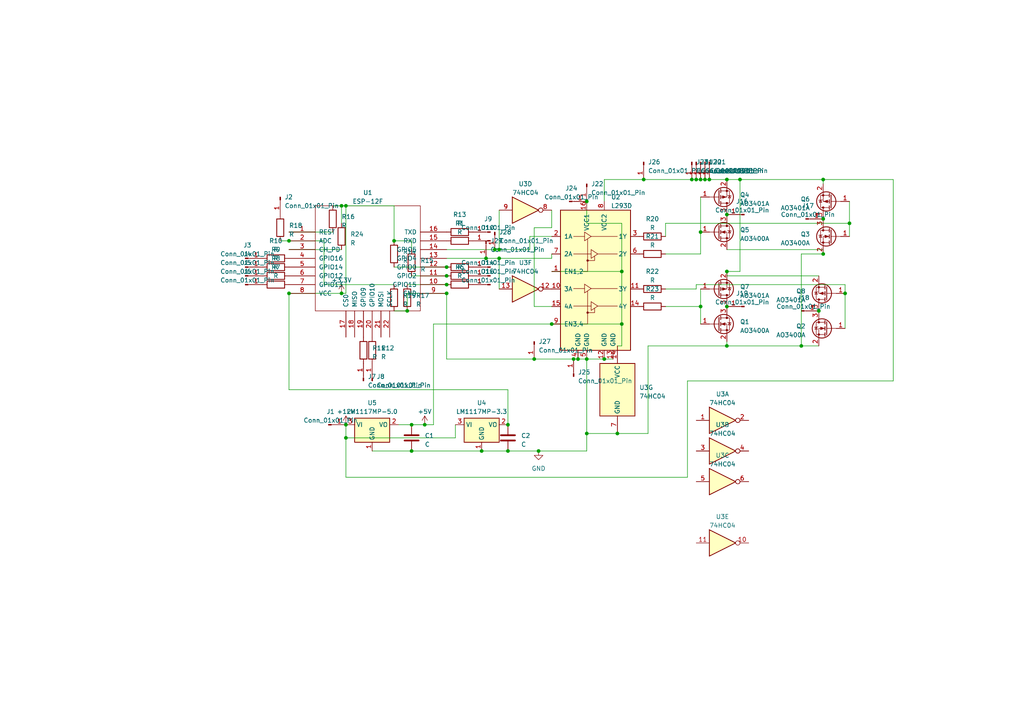
<source format=kicad_sch>
(kicad_sch (version 20230121) (generator eeschema)

  (uuid ac568411-9f4b-43b2-967f-c62863b600e8)

  (paper "A4")

  (lib_symbols
    (symbol "74xx:74HC04" (in_bom yes) (on_board yes)
      (property "Reference" "U" (at 0 1.27 0)
        (effects (font (size 1.27 1.27)))
      )
      (property "Value" "74HC04" (at 0 -1.27 0)
        (effects (font (size 1.27 1.27)))
      )
      (property "Footprint" "" (at 0 0 0)
        (effects (font (size 1.27 1.27)) hide)
      )
      (property "Datasheet" "https://assets.nexperia.com/documents/data-sheet/74HC_HCT04.pdf" (at 0 0 0)
        (effects (font (size 1.27 1.27)) hide)
      )
      (property "ki_locked" "" (at 0 0 0)
        (effects (font (size 1.27 1.27)))
      )
      (property "ki_keywords" "HCMOS not inv" (at 0 0 0)
        (effects (font (size 1.27 1.27)) hide)
      )
      (property "ki_description" "Hex Inverter" (at 0 0 0)
        (effects (font (size 1.27 1.27)) hide)
      )
      (property "ki_fp_filters" "DIP*W7.62mm* SSOP?14* TSSOP?14*" (at 0 0 0)
        (effects (font (size 1.27 1.27)) hide)
      )
      (symbol "74HC04_1_0"
        (polyline
          (pts
            (xy -3.81 3.81)
            (xy -3.81 -3.81)
            (xy 3.81 0)
            (xy -3.81 3.81)
          )
          (stroke (width 0.254) (type default))
          (fill (type background))
        )
        (pin input line (at -7.62 0 0) (length 3.81)
          (name "~" (effects (font (size 1.27 1.27))))
          (number "1" (effects (font (size 1.27 1.27))))
        )
        (pin output inverted (at 7.62 0 180) (length 3.81)
          (name "~" (effects (font (size 1.27 1.27))))
          (number "2" (effects (font (size 1.27 1.27))))
        )
      )
      (symbol "74HC04_2_0"
        (polyline
          (pts
            (xy -3.81 3.81)
            (xy -3.81 -3.81)
            (xy 3.81 0)
            (xy -3.81 3.81)
          )
          (stroke (width 0.254) (type default))
          (fill (type background))
        )
        (pin input line (at -7.62 0 0) (length 3.81)
          (name "~" (effects (font (size 1.27 1.27))))
          (number "3" (effects (font (size 1.27 1.27))))
        )
        (pin output inverted (at 7.62 0 180) (length 3.81)
          (name "~" (effects (font (size 1.27 1.27))))
          (number "4" (effects (font (size 1.27 1.27))))
        )
      )
      (symbol "74HC04_3_0"
        (polyline
          (pts
            (xy -3.81 3.81)
            (xy -3.81 -3.81)
            (xy 3.81 0)
            (xy -3.81 3.81)
          )
          (stroke (width 0.254) (type default))
          (fill (type background))
        )
        (pin input line (at -7.62 0 0) (length 3.81)
          (name "~" (effects (font (size 1.27 1.27))))
          (number "5" (effects (font (size 1.27 1.27))))
        )
        (pin output inverted (at 7.62 0 180) (length 3.81)
          (name "~" (effects (font (size 1.27 1.27))))
          (number "6" (effects (font (size 1.27 1.27))))
        )
      )
      (symbol "74HC04_4_0"
        (polyline
          (pts
            (xy -3.81 3.81)
            (xy -3.81 -3.81)
            (xy 3.81 0)
            (xy -3.81 3.81)
          )
          (stroke (width 0.254) (type default))
          (fill (type background))
        )
        (pin output inverted (at 7.62 0 180) (length 3.81)
          (name "~" (effects (font (size 1.27 1.27))))
          (number "8" (effects (font (size 1.27 1.27))))
        )
        (pin input line (at -7.62 0 0) (length 3.81)
          (name "~" (effects (font (size 1.27 1.27))))
          (number "9" (effects (font (size 1.27 1.27))))
        )
      )
      (symbol "74HC04_5_0"
        (polyline
          (pts
            (xy -3.81 3.81)
            (xy -3.81 -3.81)
            (xy 3.81 0)
            (xy -3.81 3.81)
          )
          (stroke (width 0.254) (type default))
          (fill (type background))
        )
        (pin output inverted (at 7.62 0 180) (length 3.81)
          (name "~" (effects (font (size 1.27 1.27))))
          (number "10" (effects (font (size 1.27 1.27))))
        )
        (pin input line (at -7.62 0 0) (length 3.81)
          (name "~" (effects (font (size 1.27 1.27))))
          (number "11" (effects (font (size 1.27 1.27))))
        )
      )
      (symbol "74HC04_6_0"
        (polyline
          (pts
            (xy -3.81 3.81)
            (xy -3.81 -3.81)
            (xy 3.81 0)
            (xy -3.81 3.81)
          )
          (stroke (width 0.254) (type default))
          (fill (type background))
        )
        (pin output inverted (at 7.62 0 180) (length 3.81)
          (name "~" (effects (font (size 1.27 1.27))))
          (number "12" (effects (font (size 1.27 1.27))))
        )
        (pin input line (at -7.62 0 0) (length 3.81)
          (name "~" (effects (font (size 1.27 1.27))))
          (number "13" (effects (font (size 1.27 1.27))))
        )
      )
      (symbol "74HC04_7_0"
        (pin power_in line (at 0 12.7 270) (length 5.08)
          (name "VCC" (effects (font (size 1.27 1.27))))
          (number "14" (effects (font (size 1.27 1.27))))
        )
        (pin power_in line (at 0 -12.7 90) (length 5.08)
          (name "GND" (effects (font (size 1.27 1.27))))
          (number "7" (effects (font (size 1.27 1.27))))
        )
      )
      (symbol "74HC04_7_1"
        (rectangle (start -5.08 7.62) (end 5.08 -7.62)
          (stroke (width 0.254) (type default))
          (fill (type background))
        )
      )
    )
    (symbol "Connector:Conn_01x01_Pin" (pin_names (offset 1.016) hide) (in_bom yes) (on_board yes)
      (property "Reference" "J" (at 0 2.54 0)
        (effects (font (size 1.27 1.27)))
      )
      (property "Value" "Conn_01x01_Pin" (at 0 -2.54 0)
        (effects (font (size 1.27 1.27)))
      )
      (property "Footprint" "" (at 0 0 0)
        (effects (font (size 1.27 1.27)) hide)
      )
      (property "Datasheet" "~" (at 0 0 0)
        (effects (font (size 1.27 1.27)) hide)
      )
      (property "ki_locked" "" (at 0 0 0)
        (effects (font (size 1.27 1.27)))
      )
      (property "ki_keywords" "connector" (at 0 0 0)
        (effects (font (size 1.27 1.27)) hide)
      )
      (property "ki_description" "Generic connector, single row, 01x01, script generated" (at 0 0 0)
        (effects (font (size 1.27 1.27)) hide)
      )
      (property "ki_fp_filters" "Connector*:*_1x??_*" (at 0 0 0)
        (effects (font (size 1.27 1.27)) hide)
      )
      (symbol "Conn_01x01_Pin_1_1"
        (polyline
          (pts
            (xy 1.27 0)
            (xy 0.8636 0)
          )
          (stroke (width 0.1524) (type default))
          (fill (type none))
        )
        (rectangle (start 0.8636 0.127) (end 0 -0.127)
          (stroke (width 0.1524) (type default))
          (fill (type outline))
        )
        (pin passive line (at 5.08 0 180) (length 3.81)
          (name "Pin_1" (effects (font (size 1.27 1.27))))
          (number "1" (effects (font (size 1.27 1.27))))
        )
      )
    )
    (symbol "Device:C" (pin_numbers hide) (pin_names (offset 0.254)) (in_bom yes) (on_board yes)
      (property "Reference" "C" (at 0.635 2.54 0)
        (effects (font (size 1.27 1.27)) (justify left))
      )
      (property "Value" "C" (at 0.635 -2.54 0)
        (effects (font (size 1.27 1.27)) (justify left))
      )
      (property "Footprint" "" (at 0.9652 -3.81 0)
        (effects (font (size 1.27 1.27)) hide)
      )
      (property "Datasheet" "~" (at 0 0 0)
        (effects (font (size 1.27 1.27)) hide)
      )
      (property "ki_keywords" "cap capacitor" (at 0 0 0)
        (effects (font (size 1.27 1.27)) hide)
      )
      (property "ki_description" "Unpolarized capacitor" (at 0 0 0)
        (effects (font (size 1.27 1.27)) hide)
      )
      (property "ki_fp_filters" "C_*" (at 0 0 0)
        (effects (font (size 1.27 1.27)) hide)
      )
      (symbol "C_0_1"
        (polyline
          (pts
            (xy -2.032 -0.762)
            (xy 2.032 -0.762)
          )
          (stroke (width 0.508) (type default))
          (fill (type none))
        )
        (polyline
          (pts
            (xy -2.032 0.762)
            (xy 2.032 0.762)
          )
          (stroke (width 0.508) (type default))
          (fill (type none))
        )
      )
      (symbol "C_1_1"
        (pin passive line (at 0 3.81 270) (length 2.794)
          (name "~" (effects (font (size 1.27 1.27))))
          (number "1" (effects (font (size 1.27 1.27))))
        )
        (pin passive line (at 0 -3.81 90) (length 2.794)
          (name "~" (effects (font (size 1.27 1.27))))
          (number "2" (effects (font (size 1.27 1.27))))
        )
      )
    )
    (symbol "Device:R" (pin_numbers hide) (pin_names (offset 0)) (in_bom yes) (on_board yes)
      (property "Reference" "R" (at 2.032 0 90)
        (effects (font (size 1.27 1.27)))
      )
      (property "Value" "R" (at 0 0 90)
        (effects (font (size 1.27 1.27)))
      )
      (property "Footprint" "" (at -1.778 0 90)
        (effects (font (size 1.27 1.27)) hide)
      )
      (property "Datasheet" "~" (at 0 0 0)
        (effects (font (size 1.27 1.27)) hide)
      )
      (property "ki_keywords" "R res resistor" (at 0 0 0)
        (effects (font (size 1.27 1.27)) hide)
      )
      (property "ki_description" "Resistor" (at 0 0 0)
        (effects (font (size 1.27 1.27)) hide)
      )
      (property "ki_fp_filters" "R_*" (at 0 0 0)
        (effects (font (size 1.27 1.27)) hide)
      )
      (symbol "R_0_1"
        (rectangle (start -1.016 -2.54) (end 1.016 2.54)
          (stroke (width 0.254) (type default))
          (fill (type none))
        )
      )
      (symbol "R_1_1"
        (pin passive line (at 0 3.81 270) (length 1.27)
          (name "~" (effects (font (size 1.27 1.27))))
          (number "1" (effects (font (size 1.27 1.27))))
        )
        (pin passive line (at 0 -3.81 90) (length 1.27)
          (name "~" (effects (font (size 1.27 1.27))))
          (number "2" (effects (font (size 1.27 1.27))))
        )
      )
    )
    (symbol "Driver_Motor:L293D" (pin_names (offset 1.016)) (in_bom yes) (on_board yes)
      (property "Reference" "U" (at -5.08 26.035 0)
        (effects (font (size 1.27 1.27)) (justify right))
      )
      (property "Value" "L293D" (at -5.08 24.13 0)
        (effects (font (size 1.27 1.27)) (justify right))
      )
      (property "Footprint" "Package_DIP:DIP-16_W7.62mm" (at 6.35 -19.05 0)
        (effects (font (size 1.27 1.27)) (justify left) hide)
      )
      (property "Datasheet" "http://www.ti.com/lit/ds/symlink/l293.pdf" (at -7.62 17.78 0)
        (effects (font (size 1.27 1.27)) hide)
      )
      (property "ki_keywords" "Half-H Driver Motor" (at 0 0 0)
        (effects (font (size 1.27 1.27)) hide)
      )
      (property "ki_description" "Quadruple Half-H Drivers" (at 0 0 0)
        (effects (font (size 1.27 1.27)) hide)
      )
      (property "ki_fp_filters" "DIP*W7.62mm*" (at 0 0 0)
        (effects (font (size 1.27 1.27)) hide)
      )
      (symbol "L293D_0_1"
        (rectangle (start -10.16 22.86) (end 10.16 -17.78)
          (stroke (width 0.254) (type default))
          (fill (type background))
        )
        (circle (center -2.286 -6.858) (radius 0.254)
          (stroke (width 0) (type default))
          (fill (type outline))
        )
        (circle (center -2.286 8.255) (radius 0.254)
          (stroke (width 0) (type default))
          (fill (type outline))
        )
        (polyline
          (pts
            (xy -6.35 -4.953)
            (xy -1.27 -4.953)
          )
          (stroke (width 0) (type default))
          (fill (type none))
        )
        (polyline
          (pts
            (xy -6.35 0.127)
            (xy -3.175 0.127)
          )
          (stroke (width 0) (type default))
          (fill (type none))
        )
        (polyline
          (pts
            (xy -6.35 10.16)
            (xy -1.27 10.16)
          )
          (stroke (width 0) (type default))
          (fill (type none))
        )
        (polyline
          (pts
            (xy -6.35 15.24)
            (xy -3.175 15.24)
          )
          (stroke (width 0) (type default))
          (fill (type none))
        )
        (polyline
          (pts
            (xy -1.27 0.127)
            (xy 6.35 0.127)
          )
          (stroke (width 0) (type default))
          (fill (type none))
        )
        (polyline
          (pts
            (xy -1.27 15.24)
            (xy 6.35 15.24)
          )
          (stroke (width 0) (type default))
          (fill (type none))
        )
        (polyline
          (pts
            (xy 0.635 -4.953)
            (xy 6.35 -4.953)
          )
          (stroke (width 0) (type default))
          (fill (type none))
        )
        (polyline
          (pts
            (xy 0.635 10.16)
            (xy 6.35 10.16)
          )
          (stroke (width 0) (type default))
          (fill (type none))
        )
        (polyline
          (pts
            (xy -2.286 -6.858)
            (xy -0.254 -6.858)
            (xy -0.254 -5.588)
          )
          (stroke (width 0) (type default))
          (fill (type none))
        )
        (polyline
          (pts
            (xy -2.286 -0.635)
            (xy -2.286 -10.16)
            (xy -3.556 -10.16)
          )
          (stroke (width 0) (type default))
          (fill (type none))
        )
        (polyline
          (pts
            (xy -2.286 8.255)
            (xy -0.254 8.255)
            (xy -0.254 9.525)
          )
          (stroke (width 0) (type default))
          (fill (type none))
        )
        (polyline
          (pts
            (xy -2.286 14.478)
            (xy -2.286 5.08)
            (xy -3.556 5.08)
          )
          (stroke (width 0) (type default))
          (fill (type none))
        )
        (polyline
          (pts
            (xy -3.175 1.397)
            (xy -3.175 -1.143)
            (xy -1.27 0.127)
            (xy -3.175 1.397)
          )
          (stroke (width 0) (type default))
          (fill (type none))
        )
        (polyline
          (pts
            (xy -3.175 16.51)
            (xy -3.175 13.97)
            (xy -1.27 15.24)
            (xy -3.175 16.51)
          )
          (stroke (width 0) (type default))
          (fill (type none))
        )
        (polyline
          (pts
            (xy -1.27 -3.683)
            (xy -1.27 -6.223)
            (xy 0.635 -4.953)
            (xy -1.27 -3.683)
          )
          (stroke (width 0) (type default))
          (fill (type none))
        )
        (polyline
          (pts
            (xy -1.27 11.43)
            (xy -1.27 8.89)
            (xy 0.635 10.16)
            (xy -1.27 11.43)
          )
          (stroke (width 0) (type default))
          (fill (type none))
        )
      )
      (symbol "L293D_1_1"
        (pin input line (at -12.7 5.08 0) (length 2.54)
          (name "EN1,2" (effects (font (size 1.27 1.27))))
          (number "1" (effects (font (size 1.27 1.27))))
        )
        (pin input line (at -12.7 0 0) (length 2.54)
          (name "3A" (effects (font (size 1.27 1.27))))
          (number "10" (effects (font (size 1.27 1.27))))
        )
        (pin output line (at 12.7 0 180) (length 2.54)
          (name "3Y" (effects (font (size 1.27 1.27))))
          (number "11" (effects (font (size 1.27 1.27))))
        )
        (pin power_in line (at 2.54 -20.32 90) (length 2.54)
          (name "GND" (effects (font (size 1.27 1.27))))
          (number "12" (effects (font (size 1.27 1.27))))
        )
        (pin power_in line (at 5.08 -20.32 90) (length 2.54)
          (name "GND" (effects (font (size 1.27 1.27))))
          (number "13" (effects (font (size 1.27 1.27))))
        )
        (pin output line (at 12.7 -5.08 180) (length 2.54)
          (name "4Y" (effects (font (size 1.27 1.27))))
          (number "14" (effects (font (size 1.27 1.27))))
        )
        (pin input line (at -12.7 -5.08 0) (length 2.54)
          (name "4A" (effects (font (size 1.27 1.27))))
          (number "15" (effects (font (size 1.27 1.27))))
        )
        (pin power_in line (at -2.54 25.4 270) (length 2.54)
          (name "VCC1" (effects (font (size 1.27 1.27))))
          (number "16" (effects (font (size 1.27 1.27))))
        )
        (pin input line (at -12.7 15.24 0) (length 2.54)
          (name "1A" (effects (font (size 1.27 1.27))))
          (number "2" (effects (font (size 1.27 1.27))))
        )
        (pin output line (at 12.7 15.24 180) (length 2.54)
          (name "1Y" (effects (font (size 1.27 1.27))))
          (number "3" (effects (font (size 1.27 1.27))))
        )
        (pin power_in line (at -5.08 -20.32 90) (length 2.54)
          (name "GND" (effects (font (size 1.27 1.27))))
          (number "4" (effects (font (size 1.27 1.27))))
        )
        (pin power_in line (at -2.54 -20.32 90) (length 2.54)
          (name "GND" (effects (font (size 1.27 1.27))))
          (number "5" (effects (font (size 1.27 1.27))))
        )
        (pin output line (at 12.7 10.16 180) (length 2.54)
          (name "2Y" (effects (font (size 1.27 1.27))))
          (number "6" (effects (font (size 1.27 1.27))))
        )
        (pin input line (at -12.7 10.16 0) (length 2.54)
          (name "2A" (effects (font (size 1.27 1.27))))
          (number "7" (effects (font (size 1.27 1.27))))
        )
        (pin power_in line (at 2.54 25.4 270) (length 2.54)
          (name "VCC2" (effects (font (size 1.27 1.27))))
          (number "8" (effects (font (size 1.27 1.27))))
        )
        (pin input line (at -12.7 -10.16 0) (length 2.54)
          (name "EN3,4" (effects (font (size 1.27 1.27))))
          (number "9" (effects (font (size 1.27 1.27))))
        )
      )
    )
    (symbol "ESP8266:ESP-12F" (pin_names (offset 1.016)) (in_bom yes) (on_board yes)
      (property "Reference" "U" (at 0 -2.54 0)
        (effects (font (size 1.27 1.27)))
      )
      (property "Value" "ESP-12F" (at 0 2.54 0)
        (effects (font (size 1.27 1.27)))
      )
      (property "Footprint" "" (at 0 0 0)
        (effects (font (size 1.27 1.27)) hide)
      )
      (property "Datasheet" "http://l0l.org.uk/2014/12/esp8266-modules-hardware-guide-gotta-catch-em-all/" (at 0 0 0)
        (effects (font (size 1.27 1.27)) hide)
      )
      (property "ki_keywords" "MODULE ESP8266 ESP-8266" (at 0 0 0)
        (effects (font (size 1.27 1.27)) hide)
      )
      (property "ki_description" "ESP8266 ESP-12E module, 22 pins, 2mm, PCB antenna" (at 0 0 0)
        (effects (font (size 1.27 1.27)) hide)
      )
      (property "ki_fp_filters" "ESP-12E ESP-12E_SMD" (at 0 0 0)
        (effects (font (size 1.27 1.27)) hide)
      )
      (symbol "ESP-12F_1_0"
        (rectangle (start -15.24 -15.24) (end 15.24 15.24)
          (stroke (width 0) (type solid))
          (fill (type none))
        )
      )
      (symbol "ESP-12F_1_1"
        (pin input line (at -22.86 7.62 0) (length 7.62)
          (name "REST" (effects (font (size 1.27 1.27))))
          (number "1" (effects (font (size 1.27 1.27))))
        )
        (pin bidirectional line (at 22.86 -7.62 180) (length 7.62)
          (name "GPIO15" (effects (font (size 1.27 1.27))))
          (number "10" (effects (font (size 1.27 1.27))))
        )
        (pin bidirectional line (at 22.86 -5.08 180) (length 7.62)
          (name "GPIO2" (effects (font (size 1.27 1.27))))
          (number "11" (effects (font (size 1.27 1.27))))
        )
        (pin bidirectional line (at 22.86 -2.54 180) (length 7.62)
          (name "GPIO0" (effects (font (size 1.27 1.27))))
          (number "12" (effects (font (size 1.27 1.27))))
        )
        (pin bidirectional line (at 22.86 0 180) (length 7.62)
          (name "GPIO4" (effects (font (size 1.27 1.27))))
          (number "13" (effects (font (size 1.27 1.27))))
        )
        (pin bidirectional line (at 22.86 2.54 180) (length 7.62)
          (name "GPIO5" (effects (font (size 1.27 1.27))))
          (number "14" (effects (font (size 1.27 1.27))))
        )
        (pin input line (at 22.86 5.08 180) (length 7.62)
          (name "RXD" (effects (font (size 1.27 1.27))))
          (number "15" (effects (font (size 1.27 1.27))))
        )
        (pin output line (at 22.86 7.62 180) (length 7.62)
          (name "TXD" (effects (font (size 1.27 1.27))))
          (number "16" (effects (font (size 1.27 1.27))))
        )
        (pin bidirectional line (at -6.35 -22.86 90) (length 7.62)
          (name "CS0" (effects (font (size 1.27 1.27))))
          (number "17" (effects (font (size 1.27 1.27))))
        )
        (pin bidirectional line (at -3.81 -22.86 90) (length 7.62)
          (name "MISO" (effects (font (size 1.27 1.27))))
          (number "18" (effects (font (size 1.27 1.27))))
        )
        (pin bidirectional line (at -1.27 -22.86 90) (length 7.62)
          (name "GPIO9" (effects (font (size 1.27 1.27))))
          (number "19" (effects (font (size 1.27 1.27))))
        )
        (pin passive line (at -22.86 5.08 0) (length 7.62)
          (name "ADC" (effects (font (size 1.27 1.27))))
          (number "2" (effects (font (size 1.27 1.27))))
        )
        (pin bidirectional line (at 1.27 -22.86 90) (length 7.62)
          (name "GPIO10" (effects (font (size 1.27 1.27))))
          (number "20" (effects (font (size 1.27 1.27))))
        )
        (pin bidirectional line (at 3.81 -22.86 90) (length 7.62)
          (name "MOSI" (effects (font (size 1.27 1.27))))
          (number "21" (effects (font (size 1.27 1.27))))
        )
        (pin bidirectional line (at 6.35 -22.86 90) (length 7.62)
          (name "SCLK" (effects (font (size 1.27 1.27))))
          (number "22" (effects (font (size 1.27 1.27))))
        )
        (pin input line (at -22.86 2.54 0) (length 7.62)
          (name "CH_PD" (effects (font (size 1.27 1.27))))
          (number "3" (effects (font (size 1.27 1.27))))
        )
        (pin bidirectional line (at -22.86 0 0) (length 7.62)
          (name "GPIO16" (effects (font (size 1.27 1.27))))
          (number "4" (effects (font (size 1.27 1.27))))
        )
        (pin bidirectional line (at -22.86 -2.54 0) (length 7.62)
          (name "GPIO14" (effects (font (size 1.27 1.27))))
          (number "5" (effects (font (size 1.27 1.27))))
        )
        (pin bidirectional line (at -22.86 -5.08 0) (length 7.62)
          (name "GPIO12" (effects (font (size 1.27 1.27))))
          (number "6" (effects (font (size 1.27 1.27))))
        )
        (pin bidirectional line (at -22.86 -7.62 0) (length 7.62)
          (name "GPIO13" (effects (font (size 1.27 1.27))))
          (number "7" (effects (font (size 1.27 1.27))))
        )
        (pin power_in line (at -22.86 -10.16 0) (length 7.62)
          (name "VCC" (effects (font (size 1.27 1.27))))
          (number "8" (effects (font (size 1.27 1.27))))
        )
        (pin power_in line (at 22.86 -10.16 180) (length 7.62)
          (name "GND" (effects (font (size 1.27 1.27))))
          (number "9" (effects (font (size 1.27 1.27))))
        )
      )
    )
    (symbol "Regulator_Linear:LM1117MP-3.3" (in_bom yes) (on_board yes)
      (property "Reference" "U" (at -3.81 3.175 0)
        (effects (font (size 1.27 1.27)))
      )
      (property "Value" "LM1117MP-3.3" (at 0 3.175 0)
        (effects (font (size 1.27 1.27)) (justify left))
      )
      (property "Footprint" "Package_TO_SOT_SMD:SOT-223-3_TabPin2" (at 0 0 0)
        (effects (font (size 1.27 1.27)) hide)
      )
      (property "Datasheet" "http://www.ti.com/lit/ds/symlink/lm1117.pdf" (at 0 0 0)
        (effects (font (size 1.27 1.27)) hide)
      )
      (property "ki_keywords" "linear regulator ldo fixed positive" (at 0 0 0)
        (effects (font (size 1.27 1.27)) hide)
      )
      (property "ki_description" "800mA Low-Dropout Linear Regulator, 3.3V fixed output, SOT-223" (at 0 0 0)
        (effects (font (size 1.27 1.27)) hide)
      )
      (property "ki_fp_filters" "SOT?223*" (at 0 0 0)
        (effects (font (size 1.27 1.27)) hide)
      )
      (symbol "LM1117MP-3.3_0_1"
        (rectangle (start -5.08 -5.08) (end 5.08 1.905)
          (stroke (width 0.254) (type default))
          (fill (type background))
        )
      )
      (symbol "LM1117MP-3.3_1_1"
        (pin power_in line (at 0 -7.62 90) (length 2.54)
          (name "GND" (effects (font (size 1.27 1.27))))
          (number "1" (effects (font (size 1.27 1.27))))
        )
        (pin power_out line (at 7.62 0 180) (length 2.54)
          (name "VO" (effects (font (size 1.27 1.27))))
          (number "2" (effects (font (size 1.27 1.27))))
        )
        (pin power_in line (at -7.62 0 0) (length 2.54)
          (name "VI" (effects (font (size 1.27 1.27))))
          (number "3" (effects (font (size 1.27 1.27))))
        )
      )
    )
    (symbol "Regulator_Linear:LM1117MP-5.0" (in_bom yes) (on_board yes)
      (property "Reference" "U" (at -3.81 3.175 0)
        (effects (font (size 1.27 1.27)))
      )
      (property "Value" "LM1117MP-5.0" (at 0 3.175 0)
        (effects (font (size 1.27 1.27)) (justify left))
      )
      (property "Footprint" "Package_TO_SOT_SMD:SOT-223-3_TabPin2" (at 0 0 0)
        (effects (font (size 1.27 1.27)) hide)
      )
      (property "Datasheet" "http://www.ti.com/lit/ds/symlink/lm1117.pdf" (at 0 0 0)
        (effects (font (size 1.27 1.27)) hide)
      )
      (property "ki_keywords" "linear regulator ldo fixed positive" (at 0 0 0)
        (effects (font (size 1.27 1.27)) hide)
      )
      (property "ki_description" "800mA Low-Dropout Linear Regulator, 5.0V fixed output, SOT-223" (at 0 0 0)
        (effects (font (size 1.27 1.27)) hide)
      )
      (property "ki_fp_filters" "SOT?223*" (at 0 0 0)
        (effects (font (size 1.27 1.27)) hide)
      )
      (symbol "LM1117MP-5.0_0_1"
        (rectangle (start -5.08 -5.08) (end 5.08 1.905)
          (stroke (width 0.254) (type default))
          (fill (type background))
        )
      )
      (symbol "LM1117MP-5.0_1_1"
        (pin power_in line (at 0 -7.62 90) (length 2.54)
          (name "GND" (effects (font (size 1.27 1.27))))
          (number "1" (effects (font (size 1.27 1.27))))
        )
        (pin power_out line (at 7.62 0 180) (length 2.54)
          (name "VO" (effects (font (size 1.27 1.27))))
          (number "2" (effects (font (size 1.27 1.27))))
        )
        (pin power_in line (at -7.62 0 0) (length 2.54)
          (name "VI" (effects (font (size 1.27 1.27))))
          (number "3" (effects (font (size 1.27 1.27))))
        )
      )
    )
    (symbol "Transistor_FET:AO3400A" (pin_names hide) (in_bom yes) (on_board yes)
      (property "Reference" "Q" (at 5.08 1.905 0)
        (effects (font (size 1.27 1.27)) (justify left))
      )
      (property "Value" "AO3400A" (at 5.08 0 0)
        (effects (font (size 1.27 1.27)) (justify left))
      )
      (property "Footprint" "Package_TO_SOT_SMD:SOT-23" (at 5.08 -1.905 0)
        (effects (font (size 1.27 1.27) italic) (justify left) hide)
      )
      (property "Datasheet" "http://www.aosmd.com/pdfs/datasheet/AO3400A.pdf" (at 0 0 0)
        (effects (font (size 1.27 1.27)) (justify left) hide)
      )
      (property "ki_keywords" "N-Channel MOSFET" (at 0 0 0)
        (effects (font (size 1.27 1.27)) hide)
      )
      (property "ki_description" "30V Vds, 5.7A Id, N-Channel MOSFET, SOT-23" (at 0 0 0)
        (effects (font (size 1.27 1.27)) hide)
      )
      (property "ki_fp_filters" "SOT?23*" (at 0 0 0)
        (effects (font (size 1.27 1.27)) hide)
      )
      (symbol "AO3400A_0_1"
        (polyline
          (pts
            (xy 0.254 0)
            (xy -2.54 0)
          )
          (stroke (width 0) (type default))
          (fill (type none))
        )
        (polyline
          (pts
            (xy 0.254 1.905)
            (xy 0.254 -1.905)
          )
          (stroke (width 0.254) (type default))
          (fill (type none))
        )
        (polyline
          (pts
            (xy 0.762 -1.27)
            (xy 0.762 -2.286)
          )
          (stroke (width 0.254) (type default))
          (fill (type none))
        )
        (polyline
          (pts
            (xy 0.762 0.508)
            (xy 0.762 -0.508)
          )
          (stroke (width 0.254) (type default))
          (fill (type none))
        )
        (polyline
          (pts
            (xy 0.762 2.286)
            (xy 0.762 1.27)
          )
          (stroke (width 0.254) (type default))
          (fill (type none))
        )
        (polyline
          (pts
            (xy 2.54 2.54)
            (xy 2.54 1.778)
          )
          (stroke (width 0) (type default))
          (fill (type none))
        )
        (polyline
          (pts
            (xy 2.54 -2.54)
            (xy 2.54 0)
            (xy 0.762 0)
          )
          (stroke (width 0) (type default))
          (fill (type none))
        )
        (polyline
          (pts
            (xy 0.762 -1.778)
            (xy 3.302 -1.778)
            (xy 3.302 1.778)
            (xy 0.762 1.778)
          )
          (stroke (width 0) (type default))
          (fill (type none))
        )
        (polyline
          (pts
            (xy 1.016 0)
            (xy 2.032 0.381)
            (xy 2.032 -0.381)
            (xy 1.016 0)
          )
          (stroke (width 0) (type default))
          (fill (type outline))
        )
        (polyline
          (pts
            (xy 2.794 0.508)
            (xy 2.921 0.381)
            (xy 3.683 0.381)
            (xy 3.81 0.254)
          )
          (stroke (width 0) (type default))
          (fill (type none))
        )
        (polyline
          (pts
            (xy 3.302 0.381)
            (xy 2.921 -0.254)
            (xy 3.683 -0.254)
            (xy 3.302 0.381)
          )
          (stroke (width 0) (type default))
          (fill (type none))
        )
        (circle (center 1.651 0) (radius 2.794)
          (stroke (width 0.254) (type default))
          (fill (type none))
        )
        (circle (center 2.54 -1.778) (radius 0.254)
          (stroke (width 0) (type default))
          (fill (type outline))
        )
        (circle (center 2.54 1.778) (radius 0.254)
          (stroke (width 0) (type default))
          (fill (type outline))
        )
      )
      (symbol "AO3400A_1_1"
        (pin input line (at -5.08 0 0) (length 2.54)
          (name "G" (effects (font (size 1.27 1.27))))
          (number "1" (effects (font (size 1.27 1.27))))
        )
        (pin passive line (at 2.54 -5.08 90) (length 2.54)
          (name "S" (effects (font (size 1.27 1.27))))
          (number "2" (effects (font (size 1.27 1.27))))
        )
        (pin passive line (at 2.54 5.08 270) (length 2.54)
          (name "D" (effects (font (size 1.27 1.27))))
          (number "3" (effects (font (size 1.27 1.27))))
        )
      )
    )
    (symbol "Transistor_FET:AO3401A" (pin_names hide) (in_bom yes) (on_board yes)
      (property "Reference" "Q" (at 5.08 1.905 0)
        (effects (font (size 1.27 1.27)) (justify left))
      )
      (property "Value" "AO3401A" (at 5.08 0 0)
        (effects (font (size 1.27 1.27)) (justify left))
      )
      (property "Footprint" "Package_TO_SOT_SMD:SOT-23" (at 5.08 -1.905 0)
        (effects (font (size 1.27 1.27) italic) (justify left) hide)
      )
      (property "Datasheet" "http://www.aosmd.com/pdfs/datasheet/AO3401A.pdf" (at 0 0 0)
        (effects (font (size 1.27 1.27)) (justify left) hide)
      )
      (property "ki_keywords" "P-Channel MOSFET" (at 0 0 0)
        (effects (font (size 1.27 1.27)) hide)
      )
      (property "ki_description" "-4.0A Id, -30V Vds, P-Channel MOSFET, SOT-23" (at 0 0 0)
        (effects (font (size 1.27 1.27)) hide)
      )
      (property "ki_fp_filters" "SOT?23*" (at 0 0 0)
        (effects (font (size 1.27 1.27)) hide)
      )
      (symbol "AO3401A_0_1"
        (polyline
          (pts
            (xy 0.254 0)
            (xy -2.54 0)
          )
          (stroke (width 0) (type default))
          (fill (type none))
        )
        (polyline
          (pts
            (xy 0.254 1.905)
            (xy 0.254 -1.905)
          )
          (stroke (width 0.254) (type default))
          (fill (type none))
        )
        (polyline
          (pts
            (xy 0.762 -1.27)
            (xy 0.762 -2.286)
          )
          (stroke (width 0.254) (type default))
          (fill (type none))
        )
        (polyline
          (pts
            (xy 0.762 0.508)
            (xy 0.762 -0.508)
          )
          (stroke (width 0.254) (type default))
          (fill (type none))
        )
        (polyline
          (pts
            (xy 0.762 2.286)
            (xy 0.762 1.27)
          )
          (stroke (width 0.254) (type default))
          (fill (type none))
        )
        (polyline
          (pts
            (xy 2.54 2.54)
            (xy 2.54 1.778)
          )
          (stroke (width 0) (type default))
          (fill (type none))
        )
        (polyline
          (pts
            (xy 2.54 -2.54)
            (xy 2.54 0)
            (xy 0.762 0)
          )
          (stroke (width 0) (type default))
          (fill (type none))
        )
        (polyline
          (pts
            (xy 0.762 1.778)
            (xy 3.302 1.778)
            (xy 3.302 -1.778)
            (xy 0.762 -1.778)
          )
          (stroke (width 0) (type default))
          (fill (type none))
        )
        (polyline
          (pts
            (xy 2.286 0)
            (xy 1.27 0.381)
            (xy 1.27 -0.381)
            (xy 2.286 0)
          )
          (stroke (width 0) (type default))
          (fill (type outline))
        )
        (polyline
          (pts
            (xy 2.794 -0.508)
            (xy 2.921 -0.381)
            (xy 3.683 -0.381)
            (xy 3.81 -0.254)
          )
          (stroke (width 0) (type default))
          (fill (type none))
        )
        (polyline
          (pts
            (xy 3.302 -0.381)
            (xy 2.921 0.254)
            (xy 3.683 0.254)
            (xy 3.302 -0.381)
          )
          (stroke (width 0) (type default))
          (fill (type none))
        )
        (circle (center 1.651 0) (radius 2.794)
          (stroke (width 0.254) (type default))
          (fill (type none))
        )
        (circle (center 2.54 -1.778) (radius 0.254)
          (stroke (width 0) (type default))
          (fill (type outline))
        )
        (circle (center 2.54 1.778) (radius 0.254)
          (stroke (width 0) (type default))
          (fill (type outline))
        )
      )
      (symbol "AO3401A_1_1"
        (pin input line (at -5.08 0 0) (length 2.54)
          (name "G" (effects (font (size 1.27 1.27))))
          (number "1" (effects (font (size 1.27 1.27))))
        )
        (pin passive line (at 2.54 -5.08 90) (length 2.54)
          (name "S" (effects (font (size 1.27 1.27))))
          (number "2" (effects (font (size 1.27 1.27))))
        )
        (pin passive line (at 2.54 5.08 270) (length 2.54)
          (name "D" (effects (font (size 1.27 1.27))))
          (number "3" (effects (font (size 1.27 1.27))))
        )
      )
    )
    (symbol "power:+12V" (power) (pin_names (offset 0)) (in_bom yes) (on_board yes)
      (property "Reference" "#PWR" (at 0 -3.81 0)
        (effects (font (size 1.27 1.27)) hide)
      )
      (property "Value" "+12V" (at 0 3.556 0)
        (effects (font (size 1.27 1.27)))
      )
      (property "Footprint" "" (at 0 0 0)
        (effects (font (size 1.27 1.27)) hide)
      )
      (property "Datasheet" "" (at 0 0 0)
        (effects (font (size 1.27 1.27)) hide)
      )
      (property "ki_keywords" "global power" (at 0 0 0)
        (effects (font (size 1.27 1.27)) hide)
      )
      (property "ki_description" "Power symbol creates a global label with name \"+12V\"" (at 0 0 0)
        (effects (font (size 1.27 1.27)) hide)
      )
      (symbol "+12V_0_1"
        (polyline
          (pts
            (xy -0.762 1.27)
            (xy 0 2.54)
          )
          (stroke (width 0) (type default))
          (fill (type none))
        )
        (polyline
          (pts
            (xy 0 0)
            (xy 0 2.54)
          )
          (stroke (width 0) (type default))
          (fill (type none))
        )
        (polyline
          (pts
            (xy 0 2.54)
            (xy 0.762 1.27)
          )
          (stroke (width 0) (type default))
          (fill (type none))
        )
      )
      (symbol "+12V_1_1"
        (pin power_in line (at 0 0 90) (length 0) hide
          (name "+12V" (effects (font (size 1.27 1.27))))
          (number "1" (effects (font (size 1.27 1.27))))
        )
      )
    )
    (symbol "power:+3.3V" (power) (pin_names (offset 0)) (in_bom yes) (on_board yes)
      (property "Reference" "#PWR" (at 0 -3.81 0)
        (effects (font (size 1.27 1.27)) hide)
      )
      (property "Value" "+3.3V" (at 0 3.556 0)
        (effects (font (size 1.27 1.27)))
      )
      (property "Footprint" "" (at 0 0 0)
        (effects (font (size 1.27 1.27)) hide)
      )
      (property "Datasheet" "" (at 0 0 0)
        (effects (font (size 1.27 1.27)) hide)
      )
      (property "ki_keywords" "global power" (at 0 0 0)
        (effects (font (size 1.27 1.27)) hide)
      )
      (property "ki_description" "Power symbol creates a global label with name \"+3.3V\"" (at 0 0 0)
        (effects (font (size 1.27 1.27)) hide)
      )
      (symbol "+3.3V_0_1"
        (polyline
          (pts
            (xy -0.762 1.27)
            (xy 0 2.54)
          )
          (stroke (width 0) (type default))
          (fill (type none))
        )
        (polyline
          (pts
            (xy 0 0)
            (xy 0 2.54)
          )
          (stroke (width 0) (type default))
          (fill (type none))
        )
        (polyline
          (pts
            (xy 0 2.54)
            (xy 0.762 1.27)
          )
          (stroke (width 0) (type default))
          (fill (type none))
        )
      )
      (symbol "+3.3V_1_1"
        (pin power_in line (at 0 0 90) (length 0) hide
          (name "+3.3V" (effects (font (size 1.27 1.27))))
          (number "1" (effects (font (size 1.27 1.27))))
        )
      )
    )
    (symbol "power:+5V" (power) (pin_names (offset 0)) (in_bom yes) (on_board yes)
      (property "Reference" "#PWR" (at 0 -3.81 0)
        (effects (font (size 1.27 1.27)) hide)
      )
      (property "Value" "+5V" (at 0 3.556 0)
        (effects (font (size 1.27 1.27)))
      )
      (property "Footprint" "" (at 0 0 0)
        (effects (font (size 1.27 1.27)) hide)
      )
      (property "Datasheet" "" (at 0 0 0)
        (effects (font (size 1.27 1.27)) hide)
      )
      (property "ki_keywords" "global power" (at 0 0 0)
        (effects (font (size 1.27 1.27)) hide)
      )
      (property "ki_description" "Power symbol creates a global label with name \"+5V\"" (at 0 0 0)
        (effects (font (size 1.27 1.27)) hide)
      )
      (symbol "+5V_0_1"
        (polyline
          (pts
            (xy -0.762 1.27)
            (xy 0 2.54)
          )
          (stroke (width 0) (type default))
          (fill (type none))
        )
        (polyline
          (pts
            (xy 0 0)
            (xy 0 2.54)
          )
          (stroke (width 0) (type default))
          (fill (type none))
        )
        (polyline
          (pts
            (xy 0 2.54)
            (xy 0.762 1.27)
          )
          (stroke (width 0) (type default))
          (fill (type none))
        )
      )
      (symbol "+5V_1_1"
        (pin power_in line (at 0 0 90) (length 0) hide
          (name "+5V" (effects (font (size 1.27 1.27))))
          (number "1" (effects (font (size 1.27 1.27))))
        )
      )
    )
    (symbol "power:GND" (power) (pin_names (offset 0)) (in_bom yes) (on_board yes)
      (property "Reference" "#PWR" (at 0 -6.35 0)
        (effects (font (size 1.27 1.27)) hide)
      )
      (property "Value" "GND" (at 0 -3.81 0)
        (effects (font (size 1.27 1.27)))
      )
      (property "Footprint" "" (at 0 0 0)
        (effects (font (size 1.27 1.27)) hide)
      )
      (property "Datasheet" "" (at 0 0 0)
        (effects (font (size 1.27 1.27)) hide)
      )
      (property "ki_keywords" "global power" (at 0 0 0)
        (effects (font (size 1.27 1.27)) hide)
      )
      (property "ki_description" "Power symbol creates a global label with name \"GND\" , ground" (at 0 0 0)
        (effects (font (size 1.27 1.27)) hide)
      )
      (symbol "GND_0_1"
        (polyline
          (pts
            (xy 0 0)
            (xy 0 -1.27)
            (xy 1.27 -1.27)
            (xy 0 -2.54)
            (xy -1.27 -1.27)
            (xy 0 -1.27)
          )
          (stroke (width 0) (type default))
          (fill (type none))
        )
      )
      (symbol "GND_1_1"
        (pin power_in line (at 0 0 270) (length 0) hide
          (name "GND" (effects (font (size 1.27 1.27))))
          (number "1" (effects (font (size 1.27 1.27))))
        )
      )
    )
  )

  (junction (at 100.33 123.19) (diameter 0) (color 0 0 0 0)
    (uuid 0270afd8-f234-445f-9806-f762490a3d31)
  )
  (junction (at 100.33 127) (diameter 0) (color 0 0 0 0)
    (uuid 04ca5613-df53-4c41-b0dc-b603b1865d6d)
  )
  (junction (at 180.34 93.98) (diameter 0) (color 0 0 0 0)
    (uuid 0bba7819-8a10-442d-a2c2-11d44da2e284)
  )
  (junction (at 210.82 62.23) (diameter 0) (color 0 0 0 0)
    (uuid 107c4829-8c17-4d9c-926b-453f21d200e9)
  )
  (junction (at 238.76 52.07) (diameter 0) (color 0 0 0 0)
    (uuid 11cba65f-7585-405b-8dd3-60de94998c4d)
  )
  (junction (at 232.41 100.33) (diameter 0) (color 0 0 0 0)
    (uuid 138ba85a-d54c-4dea-83a1-482d829ef1ee)
  )
  (junction (at 210.82 100.33) (diameter 0) (color 0 0 0 0)
    (uuid 14e539fa-8ddc-4327-bd02-e923ba179ba3)
  )
  (junction (at 204.47 52.07) (diameter 0) (color 0 0 0 0)
    (uuid 1848adde-aa63-4141-9f7a-3576cf35f92b)
  )
  (junction (at 238.76 73.66) (diameter 0) (color 0 0 0 0)
    (uuid 197ddb81-51df-4219-9b35-9fa1a91ec3a4)
  )
  (junction (at 170.18 58.42) (diameter 0) (color 0 0 0 0)
    (uuid 1a73d295-e23e-43fe-a700-07216d65c718)
  )
  (junction (at 237.49 90.17) (diameter 0) (color 0 0 0 0)
    (uuid 1a7e96d2-4e7f-47df-9fbc-59d0d461efee)
  )
  (junction (at 140.97 74.93) (diameter 0) (color 0 0 0 0)
    (uuid 25391e46-194c-47bb-8253-476375205b90)
  )
  (junction (at 246.38 64.77) (diameter 0) (color 0 0 0 0)
    (uuid 29bbe254-3e01-42bc-a17e-d6dc97339865)
  )
  (junction (at 180.34 78.74) (diameter 0) (color 0 0 0 0)
    (uuid 2a12cee5-b753-4ee3-883b-4d59809ee809)
  )
  (junction (at 144.78 74.93) (diameter 0) (color 0 0 0 0)
    (uuid 2ead7e32-0555-48ed-8358-e993134ec7e9)
  )
  (junction (at 147.32 123.19) (diameter 0) (color 0 0 0 0)
    (uuid 3026fd8d-b684-4928-9b4f-35bd88f39e3a)
  )
  (junction (at 203.2 67.31) (diameter 0) (color 0 0 0 0)
    (uuid 3d4a5b16-1a9a-4281-a0f1-fcd7ac13ba49)
  )
  (junction (at 201.93 52.07) (diameter 0) (color 0 0 0 0)
    (uuid 40d952c4-f7e5-474e-a78a-5aed607e5712)
  )
  (junction (at 129.54 80.01) (diameter 0) (color 0 0 0 0)
    (uuid 40ff8027-f588-495b-8b70-00d34b70c55b)
  )
  (junction (at 118.11 90.17) (diameter 0) (color 0 0 0 0)
    (uuid 43121434-e031-4eb8-b440-68bf83627eb5)
  )
  (junction (at 83.82 85.09) (diameter 0) (color 0 0 0 0)
    (uuid 43aa31c9-6549-49b3-bcce-de2fad4503c7)
  )
  (junction (at 166.37 104.14) (diameter 0) (color 0 0 0 0)
    (uuid 48418db6-0205-4f84-b320-6799282de000)
  )
  (junction (at 100.33 59.69) (diameter 0) (color 0 0 0 0)
    (uuid 48925c2c-5be9-48e1-8959-2f8fe57cc6aa)
  )
  (junction (at 129.54 82.55) (diameter 0) (color 0 0 0 0)
    (uuid 4d58adbf-072b-400e-b860-d78da6b3fe06)
  )
  (junction (at 99.06 59.69) (diameter 0) (color 0 0 0 0)
    (uuid 523e673c-8d1a-4792-a194-fee4c621998a)
  )
  (junction (at 238.76 63.5) (diameter 0) (color 0 0 0 0)
    (uuid 5ee6d914-a652-44a3-81fd-ee137c661365)
  )
  (junction (at 147.32 130.81) (diameter 0) (color 0 0 0 0)
    (uuid 5ee87427-277f-4d13-86e8-09248d040451)
  )
  (junction (at 156.21 130.81) (diameter 0) (color 0 0 0 0)
    (uuid 5f81e947-c8fa-45a6-a7af-634a85aadebb)
  )
  (junction (at 175.26 104.14) (diameter 0) (color 0 0 0 0)
    (uuid 600a288a-43db-4b9d-a164-7a1717a68444)
  )
  (junction (at 200.66 52.07) (diameter 0) (color 0 0 0 0)
    (uuid 6975529b-ae0d-4f0e-985d-b32c0c2844f4)
  )
  (junction (at 203.2 52.07) (diameter 0) (color 0 0 0 0)
    (uuid 6dac62bd-85c9-4ee4-8777-61aa512ea6cb)
  )
  (junction (at 179.07 125.73) (diameter 0) (color 0 0 0 0)
    (uuid 706d8d0c-b92f-419d-a09c-1b79e640efd3)
  )
  (junction (at 143.51 72.39) (diameter 0) (color 0 0 0 0)
    (uuid 7d5b25d4-b562-4954-ad1a-ae1b1e9e33fe)
  )
  (junction (at 186.69 52.07) (diameter 0) (color 0 0 0 0)
    (uuid 8232223a-bad6-4a03-8b4b-311c6cf6f578)
  )
  (junction (at 170.18 104.14) (diameter 0) (color 0 0 0 0)
    (uuid 87fa583a-ddc0-46d5-9c32-65bfd007b565)
  )
  (junction (at 129.54 77.47) (diameter 0) (color 0 0 0 0)
    (uuid 8cd68c5c-d7b8-4062-8ef9-0b9e89a0ed27)
  )
  (junction (at 210.82 88.9) (diameter 0) (color 0 0 0 0)
    (uuid 978d2640-7967-4a87-97bf-ebc03ed27ea5)
  )
  (junction (at 129.54 85.09) (diameter 0) (color 0 0 0 0)
    (uuid 9f5566a4-c6a4-48a8-8464-2be7a2c1bec5)
  )
  (junction (at 99.06 85.09) (diameter 0) (color 0 0 0 0)
    (uuid a6828cc9-7c58-41fb-96d7-cceb817152c5)
  )
  (junction (at 205.74 52.07) (diameter 0) (color 0 0 0 0)
    (uuid a8e88504-2776-4670-8621-8894676a460b)
  )
  (junction (at 170.18 125.73) (diameter 0) (color 0 0 0 0)
    (uuid b2947935-78ed-4fcb-8680-dbe772547428)
  )
  (junction (at 210.82 78.74) (diameter 0) (color 0 0 0 0)
    (uuid b8868d16-938e-44d8-b393-4f40eb9a505a)
  )
  (junction (at 139.7 130.81) (diameter 0) (color 0 0 0 0)
    (uuid b9b2fd3a-4712-426a-9466-10b68a98b3d8)
  )
  (junction (at 144.78 72.39) (diameter 0) (color 0 0 0 0)
    (uuid c3eabab1-16f6-4e0f-a6f0-b0188566fbff)
  )
  (junction (at 203.2 88.9) (diameter 0) (color 0 0 0 0)
    (uuid c8af2547-37bf-4d1a-8666-482d60aa1269)
  )
  (junction (at 119.38 130.81) (diameter 0) (color 0 0 0 0)
    (uuid c8c59b83-3214-4fe5-943e-3764f1583160)
  )
  (junction (at 123.19 123.19) (diameter 0) (color 0 0 0 0)
    (uuid cfd28615-1aa5-4237-8e63-c064f314cd1b)
  )
  (junction (at 167.64 104.14) (diameter 0) (color 0 0 0 0)
    (uuid d531cc0b-d58e-40f8-8883-57edf5f0444c)
  )
  (junction (at 214.63 52.07) (diameter 0) (color 0 0 0 0)
    (uuid d891e991-d240-4623-a107-d3e6e6d84521)
  )
  (junction (at 83.82 69.85) (diameter 0) (color 0 0 0 0)
    (uuid d8bf54c2-c36e-4ce7-897c-ce876125fa75)
  )
  (junction (at 160.02 93.98) (diameter 0) (color 0 0 0 0)
    (uuid d8ceb09f-c73a-474d-ac19-985bf90409cb)
  )
  (junction (at 154.94 104.14) (diameter 0) (color 0 0 0 0)
    (uuid e1abf73a-542a-499c-868a-b7d7e968c49e)
  )
  (junction (at 245.11 85.09) (diameter 0) (color 0 0 0 0)
    (uuid e3503410-5f7e-454e-87e7-6f17b2522b60)
  )
  (junction (at 119.38 123.19) (diameter 0) (color 0 0 0 0)
    (uuid e3a81f94-2ee1-4936-aced-10152056625b)
  )
  (junction (at 210.82 52.07) (diameter 0) (color 0 0 0 0)
    (uuid e70d6eb0-1706-4fce-b47c-63eb63454da6)
  )
  (junction (at 114.3 69.85) (diameter 0) (color 0 0 0 0)
    (uuid e8a49c8d-89dd-4764-8ebc-03d4ad916f24)
  )

  (wire (pts (xy 186.69 52.07) (xy 200.66 52.07))
    (stroke (width 0) (type default))
    (uuid 0091494d-dea7-4843-a7e2-258692eac35a)
  )
  (wire (pts (xy 114.3 69.85) (xy 114.3 59.69))
    (stroke (width 0) (type default))
    (uuid 02da2c7c-b200-4290-89ad-dca55f77aad6)
  )
  (wire (pts (xy 200.66 52.07) (xy 201.93 52.07))
    (stroke (width 0) (type default))
    (uuid 035177a7-13b1-4291-905b-6f69e789609e)
  )
  (wire (pts (xy 201.93 83.82) (xy 201.93 82.55))
    (stroke (width 0) (type default))
    (uuid 051a2bbd-6964-45f9-92c8-df762f522ccc)
  )
  (wire (pts (xy 83.82 67.31) (xy 96.52 67.31))
    (stroke (width 0) (type default))
    (uuid 057e34fd-643a-49e6-aec0-52d48c954347)
  )
  (wire (pts (xy 114.3 59.69) (xy 100.33 59.69))
    (stroke (width 0) (type default))
    (uuid 074cb76f-417d-4606-9abc-b9b2e3e3628f)
  )
  (wire (pts (xy 118.11 82.55) (xy 129.54 82.55))
    (stroke (width 0) (type default))
    (uuid 0775ec48-9508-4b9c-bff9-381676834ea3)
  )
  (wire (pts (xy 100.33 59.69) (xy 100.33 85.09))
    (stroke (width 0) (type default))
    (uuid 0bcf960b-6c49-4700-865c-fec4e1777b59)
  )
  (wire (pts (xy 237.49 100.33) (xy 232.41 100.33))
    (stroke (width 0) (type default))
    (uuid 0d5d4451-d4f5-403b-9162-a0f1b42e2952)
  )
  (wire (pts (xy 81.28 69.85) (xy 83.82 69.85))
    (stroke (width 0) (type default))
    (uuid 0dd36bcf-b70a-4052-9530-3e144609700a)
  )
  (wire (pts (xy 201.93 52.07) (xy 203.2 52.07))
    (stroke (width 0) (type default))
    (uuid 0f55da66-bbb0-4478-b5ce-bba3cfdcec68)
  )
  (wire (pts (xy 119.38 72.39) (xy 119.38 69.85))
    (stroke (width 0) (type default))
    (uuid 13dafc3d-6f66-4986-b196-875dd7210f75)
  )
  (wire (pts (xy 232.41 73.66) (xy 232.41 100.33))
    (stroke (width 0) (type default))
    (uuid 15b5cb21-676c-4303-ad58-7d755a4bf227)
  )
  (wire (pts (xy 93.98 69.85) (xy 83.82 69.85))
    (stroke (width 0) (type default))
    (uuid 17eccf30-a01e-4793-9b8c-b18be29c4508)
  )
  (wire (pts (xy 160.02 60.96) (xy 160.02 66.04))
    (stroke (width 0) (type default))
    (uuid 19004500-652e-412e-a592-c58c35638b7b)
  )
  (wire (pts (xy 99.06 59.69) (xy 99.06 64.77))
    (stroke (width 0) (type default))
    (uuid 1e78b218-3dbf-45ca-aef8-87659f014ec7)
  )
  (wire (pts (xy 245.11 85.09) (xy 245.11 95.25))
    (stroke (width 0) (type default))
    (uuid 2001c1ff-852a-4028-80ae-6e8b892d4c74)
  )
  (wire (pts (xy 193.04 64.77) (xy 246.38 64.77))
    (stroke (width 0) (type default))
    (uuid 200def59-c603-4666-96b2-0783f863658e)
  )
  (wire (pts (xy 132.08 123.19) (xy 132.08 127))
    (stroke (width 0) (type default))
    (uuid 233ba9c7-350a-469f-9cbf-2117dd1720db)
  )
  (wire (pts (xy 83.82 113.03) (xy 83.82 85.09))
    (stroke (width 0) (type default))
    (uuid 257400c8-2d6f-4dbb-8617-e88b6afab12b)
  )
  (wire (pts (xy 179.07 125.73) (xy 187.96 125.73))
    (stroke (width 0) (type default))
    (uuid 2601afad-5efd-4bd8-9949-99dcd312682d)
  )
  (wire (pts (xy 180.34 64.77) (xy 180.34 78.74))
    (stroke (width 0) (type default))
    (uuid 295a0352-8fb7-4064-8be5-67dce326854d)
  )
  (wire (pts (xy 129.54 74.93) (xy 140.97 74.93))
    (stroke (width 0) (type default))
    (uuid 295bcc71-e9e0-4a66-80ac-c5391e9077f0)
  )
  (wire (pts (xy 180.34 93.98) (xy 180.34 100.33))
    (stroke (width 0) (type default))
    (uuid 29b0c1f9-1f8d-4aa4-bfe4-a6bd6968b84f)
  )
  (wire (pts (xy 238.76 52.07) (xy 238.76 53.34))
    (stroke (width 0) (type default))
    (uuid 2dd7b150-d6eb-4e5b-955b-fe7db3e42346)
  )
  (wire (pts (xy 193.04 83.82) (xy 201.93 83.82))
    (stroke (width 0) (type default))
    (uuid 2e10ab2e-82b8-469b-ad18-98e2a61a534b)
  )
  (wire (pts (xy 170.18 130.81) (xy 170.18 125.73))
    (stroke (width 0) (type default))
    (uuid 3192e08a-5c60-48f7-a6f5-cd5835033ce3)
  )
  (wire (pts (xy 129.54 72.39) (xy 143.51 72.39))
    (stroke (width 0) (type default))
    (uuid 33f68bad-3f35-4cbb-8ca1-a530ff655eac)
  )
  (wire (pts (xy 99.06 59.69) (xy 96.52 59.69))
    (stroke (width 0) (type default))
    (uuid 34921db4-01a5-4417-939c-9a11ceb5b45c)
  )
  (wire (pts (xy 203.2 57.15) (xy 203.2 67.31))
    (stroke (width 0) (type default))
    (uuid 38f7cece-d389-43ae-b0e5-06f719145357)
  )
  (wire (pts (xy 125.73 123.19) (xy 125.73 93.98))
    (stroke (width 0) (type default))
    (uuid 39879adc-25c7-485c-846b-fb21847eef0c)
  )
  (wire (pts (xy 170.18 58.42) (xy 170.18 64.77))
    (stroke (width 0) (type default))
    (uuid 3b17e868-5183-4250-9d29-6f7b08f7fb39)
  )
  (wire (pts (xy 238.76 73.66) (xy 232.41 73.66))
    (stroke (width 0) (type default))
    (uuid 3e8ea6c7-4983-4a40-9646-57d32ff1aeaa)
  )
  (wire (pts (xy 154.94 104.14) (xy 166.37 104.14))
    (stroke (width 0) (type default))
    (uuid 3fa7250d-e923-47bf-8b72-e16a9d889eac)
  )
  (wire (pts (xy 114.3 77.47) (xy 129.54 77.47))
    (stroke (width 0) (type default))
    (uuid 4198c86f-4eaf-4d37-8780-5cf1c9ba996b)
  )
  (wire (pts (xy 143.51 72.39) (xy 144.78 72.39))
    (stroke (width 0) (type default))
    (uuid 421abe24-432e-437a-a798-676087fbc20f)
  )
  (wire (pts (xy 107.95 130.81) (xy 119.38 130.81))
    (stroke (width 0) (type default))
    (uuid 43a396e2-4aec-48a6-aef5-f05017c88c45)
  )
  (wire (pts (xy 238.76 52.07) (xy 259.08 52.07))
    (stroke (width 0) (type default))
    (uuid 4426eb3d-2978-427e-ae74-ca0c88786c35)
  )
  (wire (pts (xy 119.38 80.01) (xy 129.54 80.01))
    (stroke (width 0) (type default))
    (uuid 4b9196af-eee8-4810-87ab-a8ea0fae009c)
  )
  (wire (pts (xy 154.94 88.9) (xy 160.02 88.9))
    (stroke (width 0) (type default))
    (uuid 4b9cae75-4b33-4e83-8c2d-5c1aed2bbb4a)
  )
  (wire (pts (xy 166.37 104.14) (xy 167.64 104.14))
    (stroke (width 0) (type default))
    (uuid 4c3a3c62-6190-423e-9db2-1b24234ce919)
  )
  (wire (pts (xy 199.39 110.49) (xy 199.39 138.43))
    (stroke (width 0) (type default))
    (uuid 4e4e3279-19e3-4e5d-b852-126948ce09de)
  )
  (wire (pts (xy 175.26 104.14) (xy 177.8 104.14))
    (stroke (width 0) (type default))
    (uuid 509fcf29-cda9-4693-a379-ac242c473da5)
  )
  (wire (pts (xy 147.32 113.03) (xy 83.82 113.03))
    (stroke (width 0) (type default))
    (uuid 55a6e630-669d-4657-bf29-98e22429051e)
  )
  (wire (pts (xy 210.82 78.74) (xy 214.63 78.74))
    (stroke (width 0) (type default))
    (uuid 56fe76d1-bece-444e-ab53-9f912828275c)
  )
  (wire (pts (xy 119.38 123.19) (xy 123.19 123.19))
    (stroke (width 0) (type default))
    (uuid 59338b7f-ef17-4647-b636-9247437c36de)
  )
  (wire (pts (xy 170.18 64.77) (xy 180.34 64.77))
    (stroke (width 0) (type default))
    (uuid 5d0e399a-4534-4d80-a03f-e1ae338695c9)
  )
  (wire (pts (xy 246.38 64.77) (xy 246.38 68.58))
    (stroke (width 0) (type default))
    (uuid 61f81bda-62eb-47b6-bb2c-0f6fc5ea9416)
  )
  (wire (pts (xy 147.32 130.81) (xy 156.21 130.81))
    (stroke (width 0) (type default))
    (uuid 64e11663-920a-4d28-8006-1b3e8ace0510)
  )
  (wire (pts (xy 160.02 68.58) (xy 153.67 68.58))
    (stroke (width 0) (type default))
    (uuid 685b4e45-052b-4597-9a7d-ae31a4c70ba6)
  )
  (wire (pts (xy 132.08 127) (xy 100.33 127))
    (stroke (width 0) (type default))
    (uuid 68794195-ac40-418b-8199-68b85167ead6)
  )
  (wire (pts (xy 203.2 52.07) (xy 204.47 52.07))
    (stroke (width 0) (type default))
    (uuid 69c8b5f0-b13d-49c9-93a4-ebb723a8a6a3)
  )
  (wire (pts (xy 83.82 85.09) (xy 99.06 85.09))
    (stroke (width 0) (type default))
    (uuid 6cd2a2f3-bd9b-4c74-adf2-1a173ff7b6e4)
  )
  (wire (pts (xy 193.04 73.66) (xy 203.2 73.66))
    (stroke (width 0) (type default))
    (uuid 6d0d2c9a-b364-4433-bfc8-91e9090d78df)
  )
  (wire (pts (xy 259.08 110.49) (xy 199.39 110.49))
    (stroke (width 0) (type default))
    (uuid 6e31a29c-8ddb-48e7-8b86-2ae1c67410b8)
  )
  (wire (pts (xy 193.04 68.58) (xy 193.04 64.77))
    (stroke (width 0) (type default))
    (uuid 713ee059-456f-4a04-b01d-0e3c1ee0744b)
  )
  (wire (pts (xy 160.02 78.74) (xy 180.34 78.74))
    (stroke (width 0) (type default))
    (uuid 721f83c3-ae4d-4884-a424-b7dc60c1b9b2)
  )
  (wire (pts (xy 114.3 82.55) (xy 93.98 82.55))
    (stroke (width 0) (type default))
    (uuid 73fe9ec5-468d-47f1-96be-3c1f3311d155)
  )
  (wire (pts (xy 156.21 130.81) (xy 170.18 130.81))
    (stroke (width 0) (type default))
    (uuid 75e59d23-83b9-4a8b-9bc0-1fba23c2d4f4)
  )
  (wire (pts (xy 129.54 85.09) (xy 118.11 85.09))
    (stroke (width 0) (type default))
    (uuid 7bde207d-fbbe-4ea9-9ab7-76984cf40fda)
  )
  (wire (pts (xy 180.34 100.33) (xy 179.07 100.33))
    (stroke (width 0) (type default))
    (uuid 7d032bd5-dabf-4fd6-bd2c-172e07eb2556)
  )
  (wire (pts (xy 201.93 82.55) (xy 245.11 82.55))
    (stroke (width 0) (type default))
    (uuid 7e230180-d707-438b-b8bb-4b1d917534e4)
  )
  (wire (pts (xy 100.33 127) (xy 100.33 123.19))
    (stroke (width 0) (type default))
    (uuid 7ed9e748-e0c3-4afc-83b9-944160d4238d)
  )
  (wire (pts (xy 125.73 93.98) (xy 160.02 93.98))
    (stroke (width 0) (type default))
    (uuid 7f6aadaa-4abe-4c48-be73-b00a4fa6c176)
  )
  (wire (pts (xy 123.19 123.19) (xy 125.73 123.19))
    (stroke (width 0) (type default))
    (uuid 80814fec-f7e1-4e76-a22f-4578906b79dd)
  )
  (wire (pts (xy 144.78 72.39) (xy 153.67 72.39))
    (stroke (width 0) (type default))
    (uuid 84fd785f-7bf9-498a-ab44-7d69192961b4)
  )
  (wire (pts (xy 144.78 60.96) (xy 144.78 72.39))
    (stroke (width 0) (type default))
    (uuid 89f4e3f9-7cc6-40a2-b339-f025a4bc1c21)
  )
  (wire (pts (xy 139.7 130.81) (xy 147.32 130.81))
    (stroke (width 0) (type default))
    (uuid 8b02e8d8-9349-41d5-bf3b-a5bdfdf25c33)
  )
  (wire (pts (xy 115.57 123.19) (xy 119.38 123.19))
    (stroke (width 0) (type default))
    (uuid 8c498cd3-e508-4792-97a9-c4d575db192f)
  )
  (wire (pts (xy 167.64 104.14) (xy 170.18 104.14))
    (stroke (width 0) (type default))
    (uuid 8c667f34-9e61-4dcc-b713-1bf905c80b56)
  )
  (wire (pts (xy 210.82 100.33) (xy 210.82 99.06))
    (stroke (width 0) (type default))
    (uuid 8ddda5db-a6b2-4958-be57-438953f7553f)
  )
  (wire (pts (xy 154.94 66.04) (xy 154.94 88.9))
    (stroke (width 0) (type default))
    (uuid 9051a9cb-c14d-4313-9777-b0a63142b6f3)
  )
  (wire (pts (xy 204.47 52.07) (xy 205.74 52.07))
    (stroke (width 0) (type default))
    (uuid 90be8e66-91e9-490d-925e-5f8661919b2a)
  )
  (wire (pts (xy 170.18 104.14) (xy 175.26 104.14))
    (stroke (width 0) (type default))
    (uuid 914f05bf-bb86-4cc2-b881-acbfa57291fd)
  )
  (wire (pts (xy 187.96 100.33) (xy 210.82 100.33))
    (stroke (width 0) (type default))
    (uuid 91fde118-b472-49fc-b3c0-93d3e0dbcaa5)
  )
  (wire (pts (xy 100.33 138.43) (xy 100.33 127))
    (stroke (width 0) (type default))
    (uuid 922ef3af-3980-4e84-86f1-cb0979c53cea)
  )
  (wire (pts (xy 175.26 58.42) (xy 175.26 52.07))
    (stroke (width 0) (type default))
    (uuid 9b432a4b-e751-4b1a-807d-6f796abe0fbb)
  )
  (wire (pts (xy 259.08 52.07) (xy 259.08 110.49))
    (stroke (width 0) (type default))
    (uuid 9baa2c99-7887-4f5f-b5f4-8dbd15d92f36)
  )
  (wire (pts (xy 129.54 104.14) (xy 154.94 104.14))
    (stroke (width 0) (type default))
    (uuid 9dbe2584-ebdb-4b41-a528-04456bc45f70)
  )
  (wire (pts (xy 140.97 74.93) (xy 144.78 74.93))
    (stroke (width 0) (type default))
    (uuid 9e5716f3-a803-4d82-afe5-89745e9dd6bb)
  )
  (wire (pts (xy 147.32 123.19) (xy 147.32 113.03))
    (stroke (width 0) (type default))
    (uuid 9e97e3d9-14a1-4b99-b1ca-526ce01d124f)
  )
  (wire (pts (xy 245.11 82.55) (xy 245.11 85.09))
    (stroke (width 0) (type default))
    (uuid a110df38-ab09-4d2b-a0dd-c8c955cd85ae)
  )
  (wire (pts (xy 199.39 138.43) (xy 100.33 138.43))
    (stroke (width 0) (type default))
    (uuid a1125e9a-e426-43e5-9066-2fa25de99369)
  )
  (wire (pts (xy 203.2 88.9) (xy 203.2 93.98))
    (stroke (width 0) (type default))
    (uuid a7df2c2f-7f8a-43d1-8791-3241f8d2e87f)
  )
  (wire (pts (xy 153.67 68.58) (xy 153.67 72.39))
    (stroke (width 0) (type default))
    (uuid a7ed6a55-8f2a-43a2-8cec-c12b2f2f6b0c)
  )
  (wire (pts (xy 193.04 88.9) (xy 203.2 88.9))
    (stroke (width 0) (type default))
    (uuid abdc098b-d22e-4a61-825c-16379ec407d5)
  )
  (wire (pts (xy 203.2 83.82) (xy 203.2 88.9))
    (stroke (width 0) (type default))
    (uuid ac26e867-84d3-4c8f-879d-bb9fda049d50)
  )
  (wire (pts (xy 214.63 52.07) (xy 238.76 52.07))
    (stroke (width 0) (type default))
    (uuid b069db72-fc10-4bf7-adc7-8975dca8ad92)
  )
  (wire (pts (xy 246.38 58.42) (xy 246.38 64.77))
    (stroke (width 0) (type default))
    (uuid b32ad4c2-d328-448a-93bb-d418a3b3e601)
  )
  (wire (pts (xy 180.34 78.74) (xy 180.34 93.98))
    (stroke (width 0) (type default))
    (uuid b3f34bd6-6c75-4cad-a8e4-bcf9e1939155)
  )
  (wire (pts (xy 118.11 85.09) (xy 118.11 90.17))
    (stroke (width 0) (type default))
    (uuid b4da6d7f-3efc-4fca-88f2-c8d046817612)
  )
  (wire (pts (xy 99.06 85.09) (xy 100.33 85.09))
    (stroke (width 0) (type default))
    (uuid b7fc16f9-0a30-419a-8657-a6854b13c122)
  )
  (wire (pts (xy 160.02 93.98) (xy 180.34 93.98))
    (stroke (width 0) (type default))
    (uuid b80e4b69-a84d-450c-9bd3-879bf247537f)
  )
  (wire (pts (xy 160.02 66.04) (xy 154.94 66.04))
    (stroke (width 0) (type default))
    (uuid ba49b13e-6246-424f-89bb-884eb717d6f0)
  )
  (wire (pts (xy 205.74 52.07) (xy 210.82 52.07))
    (stroke (width 0) (type default))
    (uuid bc8b75b0-4f83-4eb0-b79f-1f6a7fe3a2a7)
  )
  (wire (pts (xy 144.78 74.93) (xy 144.78 83.82))
    (stroke (width 0) (type default))
    (uuid bcc52420-957a-43b8-be10-d3d3f9956ae9)
  )
  (wire (pts (xy 175.26 52.07) (xy 186.69 52.07))
    (stroke (width 0) (type default))
    (uuid bd1472ae-9f5a-4b8a-aad4-2eed9859ef26)
  )
  (wire (pts (xy 160.02 74.93) (xy 160.02 73.66))
    (stroke (width 0) (type default))
    (uuid bfbf63b4-7a44-41c5-a02d-a9b29f825264)
  )
  (wire (pts (xy 238.76 72.39) (xy 238.76 73.66))
    (stroke (width 0) (type default))
    (uuid c4611c5c-d9c2-4134-ba7c-36623248afeb)
  )
  (wire (pts (xy 214.63 78.74) (xy 214.63 52.07))
    (stroke (width 0) (type default))
    (uuid c6809661-47ee-4640-9725-89cedf060b4d)
  )
  (wire (pts (xy 129.54 85.09) (xy 129.54 104.14))
    (stroke (width 0) (type default))
    (uuid ca657daa-6d06-4122-9976-54196dc5e8e8)
  )
  (wire (pts (xy 210.82 100.33) (xy 232.41 100.33))
    (stroke (width 0) (type default))
    (uuid cc97182a-f12a-494e-beff-535fb184b509)
  )
  (wire (pts (xy 93.98 69.85) (xy 93.98 82.55))
    (stroke (width 0) (type default))
    (uuid d24a6b1b-411a-47f3-ae93-62adeadd760b)
  )
  (wire (pts (xy 100.33 59.69) (xy 99.06 59.69))
    (stroke (width 0) (type default))
    (uuid d4993669-3b74-4202-a791-349b2ff82624)
  )
  (wire (pts (xy 144.78 74.93) (xy 160.02 74.93))
    (stroke (width 0) (type default))
    (uuid daa08e72-e3b3-429e-9b48-314a4f456648)
  )
  (wire (pts (xy 119.38 69.85) (xy 114.3 69.85))
    (stroke (width 0) (type default))
    (uuid de87c605-0252-4f3e-8568-4cb4155a6704)
  )
  (wire (pts (xy 83.82 72.39) (xy 99.06 72.39))
    (stroke (width 0) (type default))
    (uuid e7aa8ab5-879a-405e-98a0-c164d68f3875)
  )
  (wire (pts (xy 203.2 73.66) (xy 203.2 67.31))
    (stroke (width 0) (type default))
    (uuid e86000c8-a91b-4495-81f1-25f51ccd4f02)
  )
  (wire (pts (xy 170.18 125.73) (xy 170.18 104.14))
    (stroke (width 0) (type default))
    (uuid ea135f17-0540-4012-b804-aff0ffa26468)
  )
  (wire (pts (xy 114.3 90.17) (xy 118.11 90.17))
    (stroke (width 0) (type default))
    (uuid ed2e572d-88df-47c5-a201-26f908f0fc65)
  )
  (wire (pts (xy 210.82 52.07) (xy 214.63 52.07))
    (stroke (width 0) (type default))
    (uuid ede25294-f5e5-4edf-91af-571e035ae067)
  )
  (wire (pts (xy 187.96 100.33) (xy 187.96 125.73))
    (stroke (width 0) (type default))
    (uuid efdf6597-5cbc-4190-ba7f-e99870660776)
  )
  (wire (pts (xy 119.38 130.81) (xy 139.7 130.81))
    (stroke (width 0) (type default))
    (uuid f7186a64-e098-4fda-913e-0fa816bf5c50)
  )
  (wire (pts (xy 210.82 72.39) (xy 238.76 72.39))
    (stroke (width 0) (type default))
    (uuid fbc66822-f61f-4fdd-a6f9-b864a96c70d4)
  )
  (wire (pts (xy 170.18 125.73) (xy 179.07 125.73))
    (stroke (width 0) (type default))
    (uuid fe1ab747-a592-462e-b090-0cb304dc58a0)
  )
  (wire (pts (xy 210.82 80.01) (xy 210.82 78.74))
    (stroke (width 0) (type default))
    (uuid ff975664-ea47-4dbf-80c0-e4ce1ff731ed)
  )
  (wire (pts (xy 237.49 80.01) (xy 210.82 80.01))
    (stroke (width 0) (type default))
    (uuid ffc028fa-3c6c-4341-9a30-f01df7c8637f)
  )

  (symbol (lib_id "Connector:Conn_01x01_Pin") (at 142.24 82.55 180) (unit 1)
    (in_bom yes) (on_board yes) (dnp no) (fields_autoplaced)
    (uuid 02969424-fb7f-413d-a352-ae8900d12c08)
    (property "Reference" "J15" (at 141.605 78.74 0)
      (effects (font (size 1.27 1.27)))
    )
    (property "Value" "Conn_01x01_Pin" (at 141.605 81.28 0)
      (effects (font (size 1.27 1.27)))
    )
    (property "Footprint" "Connector_Wire:SolderWirePad_1x01_SMD_1x2mm" (at 142.24 82.55 0)
      (effects (font (size 1.27 1.27)) hide)
    )
    (property "Datasheet" "~" (at 142.24 82.55 0)
      (effects (font (size 1.27 1.27)) hide)
    )
    (pin "1" (uuid 412f6f85-12ce-490f-bc52-be38bb9b135c))
    (instances
      (project "robot"
        (path "/ac568411-9f4b-43b2-967f-c62863b600e8"
          (reference "J15") (unit 1)
        )
      )
    )
  )

  (symbol (lib_id "Device:R") (at 96.52 63.5 0) (unit 1)
    (in_bom yes) (on_board yes) (dnp no) (fields_autoplaced)
    (uuid 04833123-5f2c-479b-aaf4-b9a1007323e2)
    (property "Reference" "R16" (at 99.06 62.865 0)
      (effects (font (size 1.27 1.27)) (justify left))
    )
    (property "Value" "R" (at 99.06 65.405 0)
      (effects (font (size 1.27 1.27)) (justify left))
    )
    (property "Footprint" "Resistor_SMD:R_0805_2012Metric_Pad1.20x1.40mm_HandSolder" (at 94.742 63.5 90)
      (effects (font (size 1.27 1.27)) hide)
    )
    (property "Datasheet" "~" (at 96.52 63.5 0)
      (effects (font (size 1.27 1.27)) hide)
    )
    (pin "1" (uuid 168855fc-28dd-4765-841f-4f7fb6d7a2b0))
    (pin "2" (uuid e86fe634-c516-4a09-85cc-541b54eed183))
    (instances
      (project "robot"
        (path "/ac568411-9f4b-43b2-967f-c62863b600e8"
          (reference "R16") (unit 1)
        )
      )
    )
  )

  (symbol (lib_id "power:+3.3V") (at 99.06 85.09 0) (unit 1)
    (in_bom yes) (on_board yes) (dnp no) (fields_autoplaced)
    (uuid 05e9b55d-376c-4038-9347-66453aea4e4a)
    (property "Reference" "#PWR03" (at 99.06 88.9 0)
      (effects (font (size 1.27 1.27)) hide)
    )
    (property "Value" "+3.3V" (at 99.06 81.28 0)
      (effects (font (size 1.27 1.27)))
    )
    (property "Footprint" "" (at 99.06 85.09 0)
      (effects (font (size 1.27 1.27)) hide)
    )
    (property "Datasheet" "" (at 99.06 85.09 0)
      (effects (font (size 1.27 1.27)) hide)
    )
    (pin "1" (uuid 57c4fa4b-5c43-4059-8cbb-871662216c0d))
    (instances
      (project "robot"
        (path "/ac568411-9f4b-43b2-967f-c62863b600e8"
          (reference "#PWR03") (unit 1)
        )
      )
    )
  )

  (symbol (lib_id "Transistor_FET:AO3400A") (at 240.03 95.25 0) (mirror y) (unit 1)
    (in_bom yes) (on_board yes) (dnp no) (fields_autoplaced)
    (uuid 0978ac3c-0397-4b0f-9593-a8462be3db89)
    (property "Reference" "Q2" (at 233.68 94.615 0)
      (effects (font (size 1.27 1.27)) (justify left))
    )
    (property "Value" "AO3400A" (at 233.68 97.155 0)
      (effects (font (size 1.27 1.27)) (justify left))
    )
    (property "Footprint" "Package_TO_SOT_SMD:SOT-23" (at 234.95 97.155 0)
      (effects (font (size 1.27 1.27) italic) (justify left) hide)
    )
    (property "Datasheet" "http://www.aosmd.com/pdfs/datasheet/AO3400A.pdf" (at 240.03 95.25 0)
      (effects (font (size 1.27 1.27)) (justify left) hide)
    )
    (pin "1" (uuid 04c091e1-38a7-4e21-a385-45ef697f0563))
    (pin "2" (uuid e4c792a1-d310-464d-83d9-6b1f34141ecf))
    (pin "3" (uuid c598db6f-02ab-4f66-85b4-96cca31c7fc5))
    (instances
      (project "robot"
        (path "/ac568411-9f4b-43b2-967f-c62863b600e8"
          (reference "Q2") (unit 1)
        )
      )
    )
  )

  (symbol (lib_id "Connector:Conn_01x01_Pin") (at 186.69 46.99 270) (unit 1)
    (in_bom yes) (on_board yes) (dnp no) (fields_autoplaced)
    (uuid 0a37f957-e687-4f74-81ed-2038a3419f63)
    (property "Reference" "J26" (at 187.96 46.99 90)
      (effects (font (size 1.27 1.27)) (justify left))
    )
    (property "Value" "Conn_01x01_Pin" (at 187.96 49.53 90)
      (effects (font (size 1.27 1.27)) (justify left))
    )
    (property "Footprint" "Connector_PinHeader_1.00mm:PinHeader_1x01_P1.00mm_Vertical" (at 186.69 46.99 0)
      (effects (font (size 1.27 1.27)) hide)
    )
    (property "Datasheet" "~" (at 186.69 46.99 0)
      (effects (font (size 1.27 1.27)) hide)
    )
    (pin "1" (uuid 4937750e-2f31-4515-902c-221eea8ebaf9))
    (instances
      (project "robot"
        (path "/ac568411-9f4b-43b2-967f-c62863b600e8"
          (reference "J26") (unit 1)
        )
      )
    )
  )

  (symbol (lib_id "Connector:Conn_01x01_Pin") (at 170.18 53.34 270) (unit 1)
    (in_bom yes) (on_board yes) (dnp no) (fields_autoplaced)
    (uuid 0abb8c3b-84ec-4c36-90b8-a8c319ce11f8)
    (property "Reference" "J22" (at 171.45 53.34 90)
      (effects (font (size 1.27 1.27)) (justify left))
    )
    (property "Value" "Conn_01x01_Pin" (at 171.45 55.88 90)
      (effects (font (size 1.27 1.27)) (justify left))
    )
    (property "Footprint" "Connector_PinHeader_1.00mm:PinHeader_1x01_P1.00mm_Vertical" (at 170.18 53.34 0)
      (effects (font (size 1.27 1.27)) hide)
    )
    (property "Datasheet" "~" (at 170.18 53.34 0)
      (effects (font (size 1.27 1.27)) hide)
    )
    (pin "1" (uuid d3a23121-9523-481a-a825-4b5ab3578b9a))
    (instances
      (project "robot"
        (path "/ac568411-9f4b-43b2-967f-c62863b600e8"
          (reference "J22") (unit 1)
        )
      )
    )
  )

  (symbol (lib_id "Connector:Conn_01x01_Pin") (at 143.51 67.31 270) (unit 1)
    (in_bom yes) (on_board yes) (dnp no) (fields_autoplaced)
    (uuid 0c3e17b6-a80b-4574-a8dc-ff7d04071a5f)
    (property "Reference" "J28" (at 144.78 67.31 90)
      (effects (font (size 1.27 1.27)) (justify left))
    )
    (property "Value" "Conn_01x01_Pin" (at 144.78 69.85 90)
      (effects (font (size 1.27 1.27)) (justify left))
    )
    (property "Footprint" "Connector_PinHeader_1.00mm:PinHeader_1x01_P1.00mm_Vertical" (at 143.51 67.31 0)
      (effects (font (size 1.27 1.27)) hide)
    )
    (property "Datasheet" "~" (at 143.51 67.31 0)
      (effects (font (size 1.27 1.27)) hide)
    )
    (pin "1" (uuid 90a67d85-ac3c-4c8d-903e-db01cc29a99d))
    (instances
      (project "robot"
        (path "/ac568411-9f4b-43b2-967f-c62863b600e8"
          (reference "J28") (unit 1)
        )
      )
    )
  )

  (symbol (lib_id "Device:R") (at 80.01 77.47 90) (unit 1)
    (in_bom yes) (on_board yes) (dnp no) (fields_autoplaced)
    (uuid 0e7ef43e-6180-48ee-ba49-a58cab5e22f9)
    (property "Reference" "R9" (at 80.01 72.39 90)
      (effects (font (size 1.27 1.27)))
    )
    (property "Value" "R" (at 80.01 74.93 90)
      (effects (font (size 1.27 1.27)))
    )
    (property "Footprint" "Resistor_SMD:R_0805_2012Metric_Pad1.20x1.40mm_HandSolder" (at 80.01 79.248 90)
      (effects (font (size 1.27 1.27)) hide)
    )
    (property "Datasheet" "~" (at 80.01 77.47 0)
      (effects (font (size 1.27 1.27)) hide)
    )
    (pin "1" (uuid 581dd25f-4b9a-4354-af61-70f3b757f2e4))
    (pin "2" (uuid 0c379204-8267-469b-be5a-0555c283e85f))
    (instances
      (project "robot"
        (path "/ac568411-9f4b-43b2-967f-c62863b600e8"
          (reference "R9") (unit 1)
        )
      )
    )
  )

  (symbol (lib_id "Transistor_FET:AO3401A") (at 241.3 58.42 180) (unit 1)
    (in_bom yes) (on_board yes) (dnp no) (fields_autoplaced)
    (uuid 1153a76b-ba96-4f36-a6f4-cd02b0e9d561)
    (property "Reference" "Q6" (at 234.95 57.785 0)
      (effects (font (size 1.27 1.27)) (justify left))
    )
    (property "Value" "AO3401A" (at 234.95 60.325 0)
      (effects (font (size 1.27 1.27)) (justify left))
    )
    (property "Footprint" "Package_TO_SOT_SMD:SOT-23" (at 236.22 56.515 0)
      (effects (font (size 1.27 1.27) italic) (justify left) hide)
    )
    (property "Datasheet" "http://www.aosmd.com/pdfs/datasheet/AO3401A.pdf" (at 241.3 58.42 0)
      (effects (font (size 1.27 1.27)) (justify left) hide)
    )
    (pin "1" (uuid 51872d6a-23d8-42aa-89be-ced3c609c056))
    (pin "2" (uuid a9bd0c2d-9da3-4535-9554-818bcba0a20d))
    (pin "3" (uuid f2d3e265-3b5c-4406-b3c6-48e19dfc7b0d))
    (instances
      (project "robot"
        (path "/ac568411-9f4b-43b2-967f-c62863b600e8"
          (reference "Q6") (unit 1)
        )
      )
    )
  )

  (symbol (lib_id "Connector:Conn_01x01_Pin") (at 142.24 80.01 180) (unit 1)
    (in_bom yes) (on_board yes) (dnp no) (fields_autoplaced)
    (uuid 172dc76f-f438-483b-a2ca-a111d37835ea)
    (property "Reference" "J14" (at 141.605 76.2 0)
      (effects (font (size 1.27 1.27)))
    )
    (property "Value" "Conn_01x01_Pin" (at 141.605 78.74 0)
      (effects (font (size 1.27 1.27)))
    )
    (property "Footprint" "Connector_Wire:SolderWirePad_1x01_SMD_1x2mm" (at 142.24 80.01 0)
      (effects (font (size 1.27 1.27)) hide)
    )
    (property "Datasheet" "~" (at 142.24 80.01 0)
      (effects (font (size 1.27 1.27)) hide)
    )
    (pin "1" (uuid 669d41da-0df5-4cb2-bbdc-87d0baf1d86a))
    (instances
      (project "robot"
        (path "/ac568411-9f4b-43b2-967f-c62863b600e8"
          (reference "J14") (unit 1)
        )
      )
    )
  )

  (symbol (lib_id "Device:R") (at 114.3 86.36 0) (unit 1)
    (in_bom yes) (on_board yes) (dnp no) (fields_autoplaced)
    (uuid 19f1cfe6-4a75-48e2-b43a-a1dc78988bb8)
    (property "Reference" "R19" (at 116.84 85.725 0)
      (effects (font (size 1.27 1.27)) (justify left))
    )
    (property "Value" "R" (at 116.84 88.265 0)
      (effects (font (size 1.27 1.27)) (justify left))
    )
    (property "Footprint" "Resistor_SMD:R_0805_2012Metric_Pad1.20x1.40mm_HandSolder" (at 112.522 86.36 90)
      (effects (font (size 1.27 1.27)) hide)
    )
    (property "Datasheet" "~" (at 114.3 86.36 0)
      (effects (font (size 1.27 1.27)) hide)
    )
    (pin "1" (uuid 431850f7-5e68-4def-ae80-3c7011734a82))
    (pin "2" (uuid adf2cb0f-23db-446b-957f-773ec71a607c))
    (instances
      (project "robot"
        (path "/ac568411-9f4b-43b2-967f-c62863b600e8"
          (reference "R19") (unit 1)
        )
      )
    )
  )

  (symbol (lib_id "Connector:Conn_01x01_Pin") (at 105.41 110.49 90) (unit 1)
    (in_bom yes) (on_board yes) (dnp no) (fields_autoplaced)
    (uuid 271b4148-ad3a-4ca8-8c77-2fbc80b84f41)
    (property "Reference" "J7" (at 106.68 109.22 90)
      (effects (font (size 1.27 1.27)) (justify right))
    )
    (property "Value" "Conn_01x01_Pin" (at 106.68 111.76 90)
      (effects (font (size 1.27 1.27)) (justify right))
    )
    (property "Footprint" "Connector_Wire:SolderWirePad_1x01_SMD_1x2mm" (at 105.41 110.49 0)
      (effects (font (size 1.27 1.27)) hide)
    )
    (property "Datasheet" "~" (at 105.41 110.49 0)
      (effects (font (size 1.27 1.27)) hide)
    )
    (pin "1" (uuid fe3d75e5-0eda-4a27-92c9-7d5b2b27b255))
    (instances
      (project "robot"
        (path "/ac568411-9f4b-43b2-967f-c62863b600e8"
          (reference "J7") (unit 1)
        )
      )
    )
  )

  (symbol (lib_id "Connector:Conn_01x01_Pin") (at 71.12 82.55 0) (unit 1)
    (in_bom yes) (on_board yes) (dnp no) (fields_autoplaced)
    (uuid 2cf11faa-0c39-40f1-8586-fe1b686eb243)
    (property "Reference" "J6" (at 71.755 78.74 0)
      (effects (font (size 1.27 1.27)))
    )
    (property "Value" "Conn_01x01_Pin" (at 71.755 81.28 0)
      (effects (font (size 1.27 1.27)))
    )
    (property "Footprint" "Connector_Wire:SolderWirePad_1x01_SMD_1x2mm" (at 71.12 82.55 0)
      (effects (font (size 1.27 1.27)) hide)
    )
    (property "Datasheet" "~" (at 71.12 82.55 0)
      (effects (font (size 1.27 1.27)) hide)
    )
    (pin "1" (uuid 6dc25fd0-93c2-4688-b085-3ae1e3ccebec))
    (instances
      (project "robot"
        (path "/ac568411-9f4b-43b2-967f-c62863b600e8"
          (reference "J6") (unit 1)
        )
      )
    )
  )

  (symbol (lib_id "Device:C") (at 119.38 127 0) (unit 1)
    (in_bom yes) (on_board yes) (dnp no) (fields_autoplaced)
    (uuid 2e326862-6fba-42ee-8a96-862284c774eb)
    (property "Reference" "C1" (at 123.19 126.365 0)
      (effects (font (size 1.27 1.27)) (justify left))
    )
    (property "Value" "C" (at 123.19 128.905 0)
      (effects (font (size 1.27 1.27)) (justify left))
    )
    (property "Footprint" "Capacitor_SMD:C_1206_3216Metric_Pad1.33x1.80mm_HandSolder" (at 120.3452 130.81 0)
      (effects (font (size 1.27 1.27)) hide)
    )
    (property "Datasheet" "~" (at 119.38 127 0)
      (effects (font (size 1.27 1.27)) hide)
    )
    (pin "1" (uuid 3678a00c-7f82-4249-8e21-22b44aa691b5))
    (pin "2" (uuid c58e2dfa-231f-4e41-a71e-11295d6136c4))
    (instances
      (project "robot"
        (path "/ac568411-9f4b-43b2-967f-c62863b600e8"
          (reference "C1") (unit 1)
        )
      )
    )
  )

  (symbol (lib_id "74xx:74HC04") (at 209.55 157.48 0) (unit 5)
    (in_bom yes) (on_board yes) (dnp no) (fields_autoplaced)
    (uuid 2e9be806-5a26-4cc3-b321-94d6f910cdde)
    (property "Reference" "U3" (at 209.55 149.86 0)
      (effects (font (size 1.27 1.27)))
    )
    (property "Value" "74HC04" (at 209.55 152.4 0)
      (effects (font (size 1.27 1.27)))
    )
    (property "Footprint" "Package_DIP:DIP-14_W7.62mm" (at 209.55 157.48 0)
      (effects (font (size 1.27 1.27)) hide)
    )
    (property "Datasheet" "https://assets.nexperia.com/documents/data-sheet/74HC_HCT04.pdf" (at 209.55 157.48 0)
      (effects (font (size 1.27 1.27)) hide)
    )
    (pin "1" (uuid 9857b916-527d-4ecc-9863-4e40c270409b))
    (pin "2" (uuid 39a4f9e5-b9dd-4e8e-9e0a-f3d9bfb13447))
    (pin "3" (uuid 7b5ecd26-db3d-4227-85d1-1a035af2b094))
    (pin "4" (uuid 27381d0f-67b3-425c-a8e9-d03a7c4a2e42))
    (pin "5" (uuid 4ee3ef55-57f4-4dc7-9415-4a1f48f50052))
    (pin "6" (uuid aa75606b-cb22-4e57-b8a7-c090fb578c97))
    (pin "8" (uuid 132fc7b6-9af0-44a9-b8a5-2349abe3082a))
    (pin "9" (uuid f3ebeb4d-cc95-404f-a283-6f5ee7849ecd))
    (pin "10" (uuid a7224d55-ed04-4f7e-9623-3ad1e03daccc))
    (pin "11" (uuid 760adb2b-7f04-49ef-9d7c-799fb3f5f84e))
    (pin "12" (uuid a9962994-4b4d-4924-88a0-34dd190c508b))
    (pin "13" (uuid d0d1e899-953b-45ca-b81a-76c8658e8c6d))
    (pin "14" (uuid 7c36e4f5-eb0d-410a-84f5-051e02ffa50f))
    (pin "7" (uuid ef0a0cf5-41dd-438c-bb6f-474e3a3191ad))
    (instances
      (project "robot"
        (path "/ac568411-9f4b-43b2-967f-c62863b600e8"
          (reference "U3") (unit 5)
        )
      )
    )
  )

  (symbol (lib_id "Device:R") (at 119.38 76.2 0) (unit 1)
    (in_bom yes) (on_board yes) (dnp no) (fields_autoplaced)
    (uuid 2ed87f16-53c7-4246-bde6-cf54132c1b0d)
    (property "Reference" "R15" (at 121.92 75.565 0)
      (effects (font (size 1.27 1.27)) (justify left))
    )
    (property "Value" "R" (at 121.92 78.105 0)
      (effects (font (size 1.27 1.27)) (justify left))
    )
    (property "Footprint" "Resistor_SMD:R_0805_2012Metric_Pad1.20x1.40mm_HandSolder" (at 117.602 76.2 90)
      (effects (font (size 1.27 1.27)) hide)
    )
    (property "Datasheet" "~" (at 119.38 76.2 0)
      (effects (font (size 1.27 1.27)) hide)
    )
    (pin "1" (uuid c33183b9-c5fe-4eef-947d-78959223e90a))
    (pin "2" (uuid b4b18ac4-3067-4cc4-9e07-a15def7438ca))
    (instances
      (project "robot"
        (path "/ac568411-9f4b-43b2-967f-c62863b600e8"
          (reference "R15") (unit 1)
        )
      )
    )
  )

  (symbol (lib_id "Connector:Conn_01x01_Pin") (at 215.9 88.9 180) (unit 1)
    (in_bom yes) (on_board yes) (dnp no) (fields_autoplaced)
    (uuid 2eeb9cfd-9b3d-4e1a-ae8c-61b60a00dac7)
    (property "Reference" "J19" (at 215.265 85.09 0)
      (effects (font (size 1.27 1.27)))
    )
    (property "Value" "Conn_01x01_Pin" (at 215.265 87.63 0)
      (effects (font (size 1.27 1.27)))
    )
    (property "Footprint" "Connector_Wire:SolderWirePad_1x01_SMD_1x2mm" (at 215.9 88.9 0)
      (effects (font (size 1.27 1.27)) hide)
    )
    (property "Datasheet" "~" (at 215.9 88.9 0)
      (effects (font (size 1.27 1.27)) hide)
    )
    (pin "1" (uuid b1777be7-6514-49c4-9bdc-2893a4ddcaa3))
    (instances
      (project "robot"
        (path "/ac568411-9f4b-43b2-967f-c62863b600e8"
          (reference "J19") (unit 1)
        )
      )
    )
  )

  (symbol (lib_id "Connector:Conn_01x01_Pin") (at 71.12 74.93 0) (unit 1)
    (in_bom yes) (on_board yes) (dnp no) (fields_autoplaced)
    (uuid 2fbefd0c-7389-4b43-af64-337fda2f60a1)
    (property "Reference" "J3" (at 71.755 71.12 0)
      (effects (font (size 1.27 1.27)))
    )
    (property "Value" "Conn_01x01_Pin" (at 71.755 73.66 0)
      (effects (font (size 1.27 1.27)))
    )
    (property "Footprint" "Connector_Wire:SolderWirePad_1x01_SMD_1x2mm" (at 71.12 74.93 0)
      (effects (font (size 1.27 1.27)) hide)
    )
    (property "Datasheet" "~" (at 71.12 74.93 0)
      (effects (font (size 1.27 1.27)) hide)
    )
    (pin "1" (uuid bfc8a4c5-0749-4895-9df7-ae27c08d54c0))
    (instances
      (project "robot"
        (path "/ac568411-9f4b-43b2-967f-c62863b600e8"
          (reference "J3") (unit 1)
        )
      )
    )
  )

  (symbol (lib_id "Transistor_FET:AO3401A") (at 208.28 57.15 0) (mirror x) (unit 1)
    (in_bom yes) (on_board yes) (dnp no) (fields_autoplaced)
    (uuid 347490e5-3edd-47b1-b8f5-39195aee11e2)
    (property "Reference" "Q4" (at 214.63 56.515 0)
      (effects (font (size 1.27 1.27)) (justify left))
    )
    (property "Value" "AO3401A" (at 214.63 59.055 0)
      (effects (font (size 1.27 1.27)) (justify left))
    )
    (property "Footprint" "Package_TO_SOT_SMD:SOT-23" (at 213.36 55.245 0)
      (effects (font (size 1.27 1.27) italic) (justify left) hide)
    )
    (property "Datasheet" "http://www.aosmd.com/pdfs/datasheet/AO3401A.pdf" (at 208.28 57.15 0)
      (effects (font (size 1.27 1.27)) (justify left) hide)
    )
    (pin "1" (uuid d4e58f97-1ab0-4f07-a055-3c796d1ec7e0))
    (pin "2" (uuid 2bb0d877-84a7-4dce-8c05-1425acce4637))
    (pin "3" (uuid a19a6a07-bcc9-4386-bcc5-6cf0b73c3f21))
    (instances
      (project "robot"
        (path "/ac568411-9f4b-43b2-967f-c62863b600e8"
          (reference "Q4") (unit 1)
        )
      )
    )
  )

  (symbol (lib_id "Transistor_FET:AO3401A") (at 208.28 83.82 0) (mirror x) (unit 1)
    (in_bom yes) (on_board yes) (dnp no) (fields_autoplaced)
    (uuid 36a7bf0c-0391-4fba-8d94-3609bb25f0e4)
    (property "Reference" "Q7" (at 214.63 83.185 0)
      (effects (font (size 1.27 1.27)) (justify left))
    )
    (property "Value" "AO3401A" (at 214.63 85.725 0)
      (effects (font (size 1.27 1.27)) (justify left))
    )
    (property "Footprint" "Package_TO_SOT_SMD:SOT-23" (at 213.36 81.915 0)
      (effects (font (size 1.27 1.27) italic) (justify left) hide)
    )
    (property "Datasheet" "http://www.aosmd.com/pdfs/datasheet/AO3401A.pdf" (at 208.28 83.82 0)
      (effects (font (size 1.27 1.27)) (justify left) hide)
    )
    (pin "1" (uuid 7a55859c-4ea1-4b1f-b8a8-964b7d844df6))
    (pin "2" (uuid 865b2c3a-18d3-4247-b065-a1238d16bb13))
    (pin "3" (uuid 2e2af353-9c3f-414a-a349-776ec2ca900a))
    (instances
      (project "robot"
        (path "/ac568411-9f4b-43b2-967f-c62863b600e8"
          (reference "Q7") (unit 1)
        )
      )
    )
  )

  (symbol (lib_id "Transistor_FET:AO3400A") (at 208.28 93.98 0) (unit 1)
    (in_bom yes) (on_board yes) (dnp no) (fields_autoplaced)
    (uuid 36bce1d3-2c96-4358-b928-37cfdcffb9b9)
    (property "Reference" "Q1" (at 214.63 93.345 0)
      (effects (font (size 1.27 1.27)) (justify left))
    )
    (property "Value" "AO3400A" (at 214.63 95.885 0)
      (effects (font (size 1.27 1.27)) (justify left))
    )
    (property "Footprint" "Package_TO_SOT_SMD:SOT-23" (at 213.36 95.885 0)
      (effects (font (size 1.27 1.27) italic) (justify left) hide)
    )
    (property "Datasheet" "http://www.aosmd.com/pdfs/datasheet/AO3400A.pdf" (at 208.28 93.98 0)
      (effects (font (size 1.27 1.27)) (justify left) hide)
    )
    (pin "1" (uuid b8da81db-39e4-4831-a1d1-4ae3e9f4aed7))
    (pin "2" (uuid 0f082c33-2193-42fa-8dd0-cb365ffed827))
    (pin "3" (uuid 7950ae95-966a-4c79-8149-e39c75d27144))
    (instances
      (project "robot"
        (path "/ac568411-9f4b-43b2-967f-c62863b600e8"
          (reference "Q1") (unit 1)
        )
      )
    )
  )

  (symbol (lib_id "Connector:Conn_01x01_Pin") (at 204.47 46.99 270) (unit 1)
    (in_bom yes) (on_board yes) (dnp no) (fields_autoplaced)
    (uuid 37219c07-9061-4704-894e-7c846f82d731)
    (property "Reference" "J20" (at 205.74 46.99 90)
      (effects (font (size 1.27 1.27)) (justify left))
    )
    (property "Value" "Conn_01x01_Pin" (at 205.74 49.53 90)
      (effects (font (size 1.27 1.27)) (justify left))
    )
    (property "Footprint" "Connector_PinHeader_1.00mm:PinHeader_1x01_P1.00mm_Vertical" (at 204.47 46.99 0)
      (effects (font (size 1.27 1.27)) hide)
    )
    (property "Datasheet" "~" (at 204.47 46.99 0)
      (effects (font (size 1.27 1.27)) hide)
    )
    (pin "1" (uuid cc25dcf6-e0fc-4875-9633-13de2d44af0c))
    (instances
      (project "robot"
        (path "/ac568411-9f4b-43b2-967f-c62863b600e8"
          (reference "J20") (unit 1)
        )
      )
    )
  )

  (symbol (lib_id "Device:R") (at 133.35 77.47 90) (unit 1)
    (in_bom yes) (on_board yes) (dnp no) (fields_autoplaced)
    (uuid 452e3fcf-bbb9-4325-a584-016dfef2f37b)
    (property "Reference" "R4" (at 133.35 72.39 90)
      (effects (font (size 1.27 1.27)) hide)
    )
    (property "Value" "R" (at 133.35 74.93 90)
      (effects (font (size 1.27 1.27)) hide)
    )
    (property "Footprint" "Resistor_SMD:R_0805_2012Metric_Pad1.20x1.40mm_HandSolder" (at 133.35 79.248 90)
      (effects (font (size 1.27 1.27)) hide)
    )
    (property "Datasheet" "~" (at 133.35 77.47 0)
      (effects (font (size 1.27 1.27)) hide)
    )
    (pin "1" (uuid da84c405-b9cd-400a-9f27-d65676aff52f))
    (pin "2" (uuid 6a4df8b2-869c-4f6a-a9ab-4416336a17e2))
    (instances
      (project "robot"
        (path "/ac568411-9f4b-43b2-967f-c62863b600e8"
          (reference "R4") (unit 1)
        )
      )
    )
  )

  (symbol (lib_id "74xx:74HC04") (at 152.4 83.82 0) (unit 6)
    (in_bom yes) (on_board yes) (dnp no) (fields_autoplaced)
    (uuid 49944829-f4b0-4129-9127-6a00669314f0)
    (property "Reference" "U3" (at 152.4 76.2 0)
      (effects (font (size 1.27 1.27)))
    )
    (property "Value" "74HC04" (at 152.4 78.74 0)
      (effects (font (size 1.27 1.27)))
    )
    (property "Footprint" "Package_DIP:DIP-14_W7.62mm" (at 152.4 83.82 0)
      (effects (font (size 1.27 1.27)) hide)
    )
    (property "Datasheet" "https://assets.nexperia.com/documents/data-sheet/74HC_HCT04.pdf" (at 152.4 83.82 0)
      (effects (font (size 1.27 1.27)) hide)
    )
    (pin "1" (uuid f3a303eb-93b9-4038-b78d-2cd6624b3cf5))
    (pin "2" (uuid ef6ff34b-2d35-477e-9b56-e7e94ec48d5f))
    (pin "3" (uuid 04004b63-2888-4b05-b6ca-9ca253fde1c4))
    (pin "4" (uuid c8538112-f568-4da9-b04e-768fff02d1ea))
    (pin "5" (uuid 116ad379-0874-4990-8f5a-c22e845628b4))
    (pin "6" (uuid fc55e95b-5eb0-44bf-bf3e-a67a2d112117))
    (pin "8" (uuid 8b73b055-8aeb-448b-81d7-1fac5976cd4c))
    (pin "9" (uuid f9aad134-fc5c-4f63-9abf-def132e00e5c))
    (pin "10" (uuid 04a48e85-1af8-4879-9701-865bfe3e9c19))
    (pin "11" (uuid 6c7df584-f033-4264-8e3a-32d424046c41))
    (pin "12" (uuid e4a3b0c1-955b-4284-89be-0c95d7538189))
    (pin "13" (uuid e31bf76e-fb24-4e42-b574-95e5ac87dd15))
    (pin "14" (uuid 17d80f96-77e4-4e6b-8a1d-a27eb02ad80f))
    (pin "7" (uuid 13cefd5f-c24b-47a1-9187-ed280e85fb5e))
    (instances
      (project "robot"
        (path "/ac568411-9f4b-43b2-967f-c62863b600e8"
          (reference "U3") (unit 6)
        )
      )
    )
  )

  (symbol (lib_id "Device:C") (at 147.32 127 0) (unit 1)
    (in_bom yes) (on_board yes) (dnp no) (fields_autoplaced)
    (uuid 4b1a0a60-544e-4bf8-bf55-8807fcf957bb)
    (property "Reference" "C2" (at 151.13 126.365 0)
      (effects (font (size 1.27 1.27)) (justify left))
    )
    (property "Value" "C" (at 151.13 128.905 0)
      (effects (font (size 1.27 1.27)) (justify left))
    )
    (property "Footprint" "Capacitor_SMD:C_1206_3216Metric_Pad1.33x1.80mm_HandSolder" (at 148.2852 130.81 0)
      (effects (font (size 1.27 1.27)) hide)
    )
    (property "Datasheet" "~" (at 147.32 127 0)
      (effects (font (size 1.27 1.27)) hide)
    )
    (pin "1" (uuid e3d77488-c424-4020-86bd-b43e495b8eb9))
    (pin "2" (uuid abd461fb-1447-4bd2-a6d6-fb589d003c51))
    (instances
      (project "robot"
        (path "/ac568411-9f4b-43b2-967f-c62863b600e8"
          (reference "C2") (unit 1)
        )
      )
    )
  )

  (symbol (lib_id "Device:R") (at 133.35 69.85 90) (unit 1)
    (in_bom yes) (on_board yes) (dnp no) (fields_autoplaced)
    (uuid 4c7912ac-678f-40d1-815c-4ed339ef42bc)
    (property "Reference" "R1" (at 133.35 64.77 90)
      (effects (font (size 1.27 1.27)))
    )
    (property "Value" "R" (at 133.35 67.31 90)
      (effects (font (size 1.27 1.27)))
    )
    (property "Footprint" "Resistor_SMD:R_0805_2012Metric_Pad1.20x1.40mm_HandSolder" (at 133.35 71.628 90)
      (effects (font (size 1.27 1.27)) hide)
    )
    (property "Datasheet" "~" (at 133.35 69.85 0)
      (effects (font (size 1.27 1.27)) hide)
    )
    (pin "1" (uuid 0516fd26-49e6-4ec7-92e3-5a977e2e1e4d))
    (pin "2" (uuid 8ecd00dd-381a-46e4-9a6f-b706c65a7d20))
    (instances
      (project "robot"
        (path "/ac568411-9f4b-43b2-967f-c62863b600e8"
          (reference "R1") (unit 1)
        )
      )
    )
  )

  (symbol (lib_id "74xx:74HC04") (at 179.07 113.03 0) (unit 7)
    (in_bom yes) (on_board yes) (dnp no) (fields_autoplaced)
    (uuid 506e5920-3da6-4e48-8cba-3864a76e3c0b)
    (property "Reference" "U3" (at 185.42 112.395 0)
      (effects (font (size 1.27 1.27)) (justify left))
    )
    (property "Value" "74HC04" (at 185.42 114.935 0)
      (effects (font (size 1.27 1.27)) (justify left))
    )
    (property "Footprint" "Package_DIP:DIP-14_W7.62mm" (at 179.07 113.03 0)
      (effects (font (size 1.27 1.27)) hide)
    )
    (property "Datasheet" "https://assets.nexperia.com/documents/data-sheet/74HC_HCT04.pdf" (at 179.07 113.03 0)
      (effects (font (size 1.27 1.27)) hide)
    )
    (pin "1" (uuid 062de145-c54b-4150-af41-9dff98982671))
    (pin "2" (uuid 34a68c97-3b5b-4cd4-85a5-d5d97b535103))
    (pin "3" (uuid 2884187e-bf6b-45e4-8cbc-3c2445633504))
    (pin "4" (uuid a0073795-b1e7-4ba3-8816-420dcf117f21))
    (pin "5" (uuid 0f9991af-51ab-4ca1-a93c-94763e814a1e))
    (pin "6" (uuid abe0f312-9be3-424e-bb6e-ebaba9658a05))
    (pin "8" (uuid 3bf3bced-52b9-4fdd-9400-c954fc05afb7))
    (pin "9" (uuid d8f9a636-84d4-4b00-875a-8769b3eda356))
    (pin "10" (uuid 311ccbd8-33fd-4523-820b-5ccf9ea910a3))
    (pin "11" (uuid 5bc2a32b-b671-4332-97a2-7bb0acb730fe))
    (pin "12" (uuid 0da7ffc5-92e1-40f3-a1c0-7e9d34b8461a))
    (pin "13" (uuid b6f5d682-8428-4d88-a85b-35532450fd43))
    (pin "14" (uuid b8dd8cbf-d8e9-4819-920d-7489a7dc5ddb))
    (pin "7" (uuid 408c92dc-5586-488c-bf65-bf77e4e1f004))
    (instances
      (project "robot"
        (path "/ac568411-9f4b-43b2-967f-c62863b600e8"
          (reference "U3") (unit 7)
        )
      )
    )
  )

  (symbol (lib_id "Connector:Conn_01x01_Pin") (at 200.66 46.99 270) (unit 1)
    (in_bom yes) (on_board yes) (dnp no) (fields_autoplaced)
    (uuid 50a1c842-68fb-4e12-8482-bbaa0ad33954)
    (property "Reference" "J23" (at 201.93 46.99 90)
      (effects (font (size 1.27 1.27)) (justify left))
    )
    (property "Value" "Conn_01x01_Pin" (at 201.93 49.53 90)
      (effects (font (size 1.27 1.27)) (justify left))
    )
    (property "Footprint" "Connector_PinHeader_1.00mm:PinHeader_1x01_P1.00mm_Vertical" (at 200.66 46.99 0)
      (effects (font (size 1.27 1.27)) hide)
    )
    (property "Datasheet" "~" (at 200.66 46.99 0)
      (effects (font (size 1.27 1.27)) hide)
    )
    (pin "1" (uuid 54aa5f4d-ea8e-4261-bc2d-6031a02e8025))
    (instances
      (project "robot"
        (path "/ac568411-9f4b-43b2-967f-c62863b600e8"
          (reference "J23") (unit 1)
        )
      )
    )
  )

  (symbol (lib_id "74xx:74HC04") (at 209.55 139.7 0) (unit 3)
    (in_bom yes) (on_board yes) (dnp no) (fields_autoplaced)
    (uuid 5f7c265e-62bc-4ef6-8a0e-61a26658b8ca)
    (property "Reference" "U3" (at 209.55 132.08 0)
      (effects (font (size 1.27 1.27)))
    )
    (property "Value" "74HC04" (at 209.55 134.62 0)
      (effects (font (size 1.27 1.27)))
    )
    (property "Footprint" "Package_DIP:DIP-14_W7.62mm" (at 209.55 139.7 0)
      (effects (font (size 1.27 1.27)) hide)
    )
    (property "Datasheet" "https://assets.nexperia.com/documents/data-sheet/74HC_HCT04.pdf" (at 209.55 139.7 0)
      (effects (font (size 1.27 1.27)) hide)
    )
    (pin "1" (uuid 42c74c70-131f-4ab0-92ad-ebca30f3014a))
    (pin "2" (uuid 44046e63-c31d-45de-855f-c0f72d6f574e))
    (pin "3" (uuid b6fa8ef5-a15e-4401-83c6-2daa22595aad))
    (pin "4" (uuid bd65ad69-81b3-4b08-a732-8e63abdd4cc3))
    (pin "5" (uuid d81bb0e5-80d2-4a54-8a52-5e8dd9cf3610))
    (pin "6" (uuid 0299e613-20db-4670-8d00-7ae58ea65ec4))
    (pin "8" (uuid bb1f3d54-36fb-46fd-8e47-0c8046b45a39))
    (pin "9" (uuid 2ce2e6a7-c85d-404e-b28f-2debc506989b))
    (pin "10" (uuid 552f9849-305c-46c8-ba25-0aaa8e8f4fc2))
    (pin "11" (uuid 9cae3fa0-3779-425f-b277-2c9ac7b756f7))
    (pin "12" (uuid cec2c7cb-f1a3-42ad-ba8e-06c8864456bc))
    (pin "13" (uuid 7cba1e07-2304-48c0-a7ad-a7cc617379f0))
    (pin "14" (uuid 7b316d5c-fa37-4755-84e9-c21f5b463358))
    (pin "7" (uuid e074e4f3-0629-4092-a29a-e8fa7cd17163))
    (instances
      (project "robot"
        (path "/ac568411-9f4b-43b2-967f-c62863b600e8"
          (reference "U3") (unit 3)
        )
      )
    )
  )

  (symbol (lib_id "Device:R") (at 133.35 67.31 90) (unit 1)
    (in_bom yes) (on_board yes) (dnp no) (fields_autoplaced)
    (uuid 60ba2113-b47b-4a27-8c33-18eaf2c17247)
    (property "Reference" "R13" (at 133.35 62.23 90)
      (effects (font (size 1.27 1.27)))
    )
    (property "Value" "R" (at 133.35 64.77 90)
      (effects (font (size 1.27 1.27)))
    )
    (property "Footprint" "Resistor_SMD:R_0805_2012Metric_Pad1.20x1.40mm_HandSolder" (at 133.35 69.088 90)
      (effects (font (size 1.27 1.27)) hide)
    )
    (property "Datasheet" "~" (at 133.35 67.31 0)
      (effects (font (size 1.27 1.27)) hide)
    )
    (pin "1" (uuid 36b40c92-6797-48f5-abbe-eaefe26b5041))
    (pin "2" (uuid d4a07a60-a02a-471d-98ac-cfef4a8cc610))
    (instances
      (project "robot"
        (path "/ac568411-9f4b-43b2-967f-c62863b600e8"
          (reference "R13") (unit 1)
        )
      )
    )
  )

  (symbol (lib_id "Connector:Conn_01x01_Pin") (at 142.24 67.31 180) (unit 1)
    (in_bom yes) (on_board yes) (dnp no) (fields_autoplaced)
    (uuid 6aba3d41-b2f5-46ea-a290-0e84f5d88ae8)
    (property "Reference" "J9" (at 141.605 63.5 0)
      (effects (font (size 1.27 1.27)))
    )
    (property "Value" "Conn_01x01_Pin" (at 141.605 66.04 0)
      (effects (font (size 1.27 1.27)))
    )
    (property "Footprint" "Connector_Wire:SolderWirePad_1x01_SMD_1x2mm" (at 142.24 67.31 0)
      (effects (font (size 1.27 1.27)) hide)
    )
    (property "Datasheet" "~" (at 142.24 67.31 0)
      (effects (font (size 1.27 1.27)) hide)
    )
    (pin "1" (uuid f4b81be9-b4c1-4715-b781-cbcacefcc207))
    (instances
      (project "robot"
        (path "/ac568411-9f4b-43b2-967f-c62863b600e8"
          (reference "J9") (unit 1)
        )
      )
    )
  )

  (symbol (lib_id "Transistor_FET:AO3400A") (at 208.28 67.31 0) (unit 1)
    (in_bom yes) (on_board yes) (dnp no) (fields_autoplaced)
    (uuid 6ce16be1-d5c5-4586-a941-ef2de5c2aa2e)
    (property "Reference" "Q5" (at 214.63 66.675 0)
      (effects (font (size 1.27 1.27)) (justify left))
    )
    (property "Value" "AO3400A" (at 214.63 69.215 0)
      (effects (font (size 1.27 1.27)) (justify left))
    )
    (property "Footprint" "Package_TO_SOT_SMD:SOT-23" (at 213.36 69.215 0)
      (effects (font (size 1.27 1.27) italic) (justify left) hide)
    )
    (property "Datasheet" "http://www.aosmd.com/pdfs/datasheet/AO3400A.pdf" (at 208.28 67.31 0)
      (effects (font (size 1.27 1.27)) (justify left) hide)
    )
    (pin "1" (uuid 138c6be7-56a8-4b73-af52-b55fff7fba16))
    (pin "2" (uuid 09449eca-f5b8-43c5-85c1-69b93872302c))
    (pin "3" (uuid 1d3cbbf7-75ae-4646-a6a7-fbfbbba087c7))
    (instances
      (project "robot"
        (path "/ac568411-9f4b-43b2-967f-c62863b600e8"
          (reference "Q5") (unit 1)
        )
      )
    )
  )

  (symbol (lib_id "Device:R") (at 189.23 83.82 90) (unit 1)
    (in_bom yes) (on_board yes) (dnp no) (fields_autoplaced)
    (uuid 70ab2390-bf28-45f3-b40f-78b6f07e3fc9)
    (property "Reference" "R22" (at 189.23 78.74 90)
      (effects (font (size 1.27 1.27)))
    )
    (property "Value" "R" (at 189.23 81.28 90)
      (effects (font (size 1.27 1.27)))
    )
    (property "Footprint" "Resistor_SMD:R_0805_2012Metric_Pad1.20x1.40mm_HandSolder" (at 189.23 85.598 90)
      (effects (font (size 1.27 1.27)) hide)
    )
    (property "Datasheet" "~" (at 189.23 83.82 0)
      (effects (font (size 1.27 1.27)) hide)
    )
    (pin "1" (uuid 9c38d477-9f92-493c-a5d1-8f6726007b67))
    (pin "2" (uuid 889d5802-0ca1-4864-816f-d67ee973e122))
    (instances
      (project "robot"
        (path "/ac568411-9f4b-43b2-967f-c62863b600e8"
          (reference "R22") (unit 1)
        )
      )
    )
  )

  (symbol (lib_id "Connector:Conn_01x01_Pin") (at 165.1 58.42 0) (unit 1)
    (in_bom yes) (on_board yes) (dnp no) (fields_autoplaced)
    (uuid 76cde504-8c91-4d76-936f-71d4eaeccb31)
    (property "Reference" "J24" (at 165.735 54.61 0)
      (effects (font (size 1.27 1.27)))
    )
    (property "Value" "Conn_01x01_Pin" (at 165.735 57.15 0)
      (effects (font (size 1.27 1.27)))
    )
    (property "Footprint" "Connector_PinHeader_1.00mm:PinHeader_1x01_P1.00mm_Vertical" (at 165.1 58.42 0)
      (effects (font (size 1.27 1.27)) hide)
    )
    (property "Datasheet" "~" (at 165.1 58.42 0)
      (effects (font (size 1.27 1.27)) hide)
    )
    (pin "1" (uuid b0866f73-4e5c-4f6c-848d-1fe52a1f1b26))
    (instances
      (project "robot"
        (path "/ac568411-9f4b-43b2-967f-c62863b600e8"
          (reference "J24") (unit 1)
        )
      )
    )
  )

  (symbol (lib_id "Device:R") (at 189.23 88.9 90) (unit 1)
    (in_bom yes) (on_board yes) (dnp no) (fields_autoplaced)
    (uuid 7b071536-e549-4e89-92ee-44a635555dd1)
    (property "Reference" "R23" (at 189.23 83.82 90)
      (effects (font (size 1.27 1.27)))
    )
    (property "Value" "R" (at 189.23 86.36 90)
      (effects (font (size 1.27 1.27)))
    )
    (property "Footprint" "Resistor_SMD:R_0805_2012Metric_Pad1.20x1.40mm_HandSolder" (at 189.23 90.678 90)
      (effects (font (size 1.27 1.27)) hide)
    )
    (property "Datasheet" "~" (at 189.23 88.9 0)
      (effects (font (size 1.27 1.27)) hide)
    )
    (pin "1" (uuid 1c6af06e-5989-4255-a605-acade9e20e3e))
    (pin "2" (uuid d08e333a-a689-4438-afae-a3fb7d261956))
    (instances
      (project "robot"
        (path "/ac568411-9f4b-43b2-967f-c62863b600e8"
          (reference "R23") (unit 1)
        )
      )
    )
  )

  (symbol (lib_id "Device:R") (at 105.41 101.6 180) (unit 1)
    (in_bom yes) (on_board yes) (dnp no) (fields_autoplaced)
    (uuid 7dfd94df-74a2-467b-a611-bcd274cf18ae)
    (property "Reference" "R11" (at 107.95 100.965 0)
      (effects (font (size 1.27 1.27)) (justify right))
    )
    (property "Value" "R" (at 107.95 103.505 0)
      (effects (font (size 1.27 1.27)) (justify right))
    )
    (property "Footprint" "Resistor_SMD:R_0805_2012Metric_Pad1.20x1.40mm_HandSolder" (at 107.188 101.6 90)
      (effects (font (size 1.27 1.27)) hide)
    )
    (property "Datasheet" "~" (at 105.41 101.6 0)
      (effects (font (size 1.27 1.27)) hide)
    )
    (pin "1" (uuid a7098c5f-2841-42e7-8222-4164532eca0f))
    (pin "2" (uuid ac05874c-2b63-4a87-a8eb-daba169c744b))
    (instances
      (project "robot"
        (path "/ac568411-9f4b-43b2-967f-c62863b600e8"
          (reference "R11") (unit 1)
        )
      )
    )
  )

  (symbol (lib_id "Device:R") (at 133.35 80.01 90) (unit 1)
    (in_bom yes) (on_board yes) (dnp no) (fields_autoplaced)
    (uuid 82152a66-18e5-40fc-87fe-c1e90c40e529)
    (property "Reference" "R5" (at 133.35 74.93 90)
      (effects (font (size 1.27 1.27)) hide)
    )
    (property "Value" "R" (at 133.35 77.47 90)
      (effects (font (size 1.27 1.27)))
    )
    (property "Footprint" "Resistor_SMD:R_0805_2012Metric_Pad1.20x1.40mm_HandSolder" (at 133.35 81.788 90)
      (effects (font (size 1.27 1.27)) hide)
    )
    (property "Datasheet" "~" (at 133.35 80.01 0)
      (effects (font (size 1.27 1.27)) hide)
    )
    (pin "1" (uuid 022af918-02d0-4aac-ac65-25fb1e6290ed))
    (pin "2" (uuid 3a318a89-4121-434f-9860-eb504ef939d5))
    (instances
      (project "robot"
        (path "/ac568411-9f4b-43b2-967f-c62863b600e8"
          (reference "R5") (unit 1)
        )
      )
    )
  )

  (symbol (lib_id "Device:R") (at 118.11 86.36 0) (unit 1)
    (in_bom yes) (on_board yes) (dnp no) (fields_autoplaced)
    (uuid 8349d652-a3ef-44a8-8166-4e753856c9ea)
    (property "Reference" "R17" (at 120.65 85.725 0)
      (effects (font (size 1.27 1.27)) (justify left))
    )
    (property "Value" "R" (at 120.65 88.265 0)
      (effects (font (size 1.27 1.27)) (justify left))
    )
    (property "Footprint" "Resistor_SMD:R_0805_2012Metric_Pad1.20x1.40mm_HandSolder" (at 116.332 86.36 90)
      (effects (font (size 1.27 1.27)) hide)
    )
    (property "Datasheet" "~" (at 118.11 86.36 0)
      (effects (font (size 1.27 1.27)) hide)
    )
    (pin "1" (uuid f9e5b048-8d81-46df-b5fe-8a443f77fe3f))
    (pin "2" (uuid 77c7880f-5867-4405-a22f-11c494219a10))
    (instances
      (project "robot"
        (path "/ac568411-9f4b-43b2-967f-c62863b600e8"
          (reference "R17") (unit 1)
        )
      )
    )
  )

  (symbol (lib_id "Connector:Conn_01x01_Pin") (at 107.95 110.49 90) (unit 1)
    (in_bom yes) (on_board yes) (dnp no) (fields_autoplaced)
    (uuid 842b1380-fb8e-49a3-9b49-88c784b2cd13)
    (property "Reference" "J8" (at 109.22 109.22 90)
      (effects (font (size 1.27 1.27)) (justify right))
    )
    (property "Value" "Conn_01x01_Pin" (at 109.22 111.76 90)
      (effects (font (size 1.27 1.27)) (justify right))
    )
    (property "Footprint" "Connector_Wire:SolderWirePad_1x01_SMD_1x2mm" (at 107.95 110.49 0)
      (effects (font (size 1.27 1.27)) hide)
    )
    (property "Datasheet" "~" (at 107.95 110.49 0)
      (effects (font (size 1.27 1.27)) hide)
    )
    (pin "1" (uuid 92687612-1d7a-491d-a50e-477a8ed93c79))
    (instances
      (project "robot"
        (path "/ac568411-9f4b-43b2-967f-c62863b600e8"
          (reference "J8") (unit 1)
        )
      )
    )
  )

  (symbol (lib_id "power:GND") (at 156.21 130.81 0) (unit 1)
    (in_bom yes) (on_board yes) (dnp no) (fields_autoplaced)
    (uuid 85755ed7-d3de-44d7-9255-1dd9b399d40e)
    (property "Reference" "#PWR01" (at 156.21 137.16 0)
      (effects (font (size 1.27 1.27)) hide)
    )
    (property "Value" "GND" (at 156.21 135.89 0)
      (effects (font (size 1.27 1.27)))
    )
    (property "Footprint" "" (at 156.21 130.81 0)
      (effects (font (size 1.27 1.27)) hide)
    )
    (property "Datasheet" "" (at 156.21 130.81 0)
      (effects (font (size 1.27 1.27)) hide)
    )
    (pin "1" (uuid 00dec3c0-9136-4ef0-bfe6-e3c1b5a0a3f5))
    (instances
      (project "robot"
        (path "/ac568411-9f4b-43b2-967f-c62863b600e8"
          (reference "#PWR01") (unit 1)
        )
      )
    )
  )

  (symbol (lib_id "Device:R") (at 81.28 66.04 180) (unit 1)
    (in_bom yes) (on_board yes) (dnp no) (fields_autoplaced)
    (uuid 9355b30f-3f41-451e-aca0-b29567973f2d)
    (property "Reference" "R18" (at 83.82 65.405 0)
      (effects (font (size 1.27 1.27)) (justify right))
    )
    (property "Value" "R" (at 83.82 67.945 0)
      (effects (font (size 1.27 1.27)) (justify right))
    )
    (property "Footprint" "Resistor_SMD:R_0805_2012Metric_Pad1.20x1.40mm_HandSolder" (at 83.058 66.04 90)
      (effects (font (size 1.27 1.27)) hide)
    )
    (property "Datasheet" "~" (at 81.28 66.04 0)
      (effects (font (size 1.27 1.27)) hide)
    )
    (pin "1" (uuid ad9b1695-8f58-4445-8212-2959a957adb5))
    (pin "2" (uuid 6209e594-520b-4a98-a6bf-4c62a4c6568d))
    (instances
      (project "robot"
        (path "/ac568411-9f4b-43b2-967f-c62863b600e8"
          (reference "R18") (unit 1)
        )
      )
    )
  )

  (symbol (lib_id "Device:R") (at 114.3 73.66 0) (unit 1)
    (in_bom yes) (on_board yes) (dnp no) (fields_autoplaced)
    (uuid 960e03fb-2bb4-49b0-a682-30419f12cdab)
    (property "Reference" "R14" (at 116.84 73.025 0)
      (effects (font (size 1.27 1.27)) (justify left))
    )
    (property "Value" "R" (at 116.84 75.565 0)
      (effects (font (size 1.27 1.27)) (justify left))
    )
    (property "Footprint" "Resistor_SMD:R_0805_2012Metric_Pad1.20x1.40mm_HandSolder" (at 112.522 73.66 90)
      (effects (font (size 1.27 1.27)) hide)
    )
    (property "Datasheet" "~" (at 114.3 73.66 0)
      (effects (font (size 1.27 1.27)) hide)
    )
    (pin "1" (uuid 52462cd6-8717-4a22-bb68-9788c7b57ff0))
    (pin "2" (uuid 6a6aefc8-9f9c-4f75-b29a-b19032687e39))
    (instances
      (project "robot"
        (path "/ac568411-9f4b-43b2-967f-c62863b600e8"
          (reference "R14") (unit 1)
        )
      )
    )
  )

  (symbol (lib_id "Device:R") (at 80.01 80.01 90) (unit 1)
    (in_bom yes) (on_board yes) (dnp no) (fields_autoplaced)
    (uuid 965eacf0-e159-4784-948f-f0c7a112f1d0)
    (property "Reference" "R8" (at 80.01 74.93 90)
      (effects (font (size 1.27 1.27)))
    )
    (property "Value" "R" (at 80.01 77.47 90)
      (effects (font (size 1.27 1.27)))
    )
    (property "Footprint" "Resistor_SMD:R_0805_2012Metric_Pad1.20x1.40mm_HandSolder" (at 80.01 81.788 90)
      (effects (font (size 1.27 1.27)) hide)
    )
    (property "Datasheet" "~" (at 80.01 80.01 0)
      (effects (font (size 1.27 1.27)) hide)
    )
    (pin "1" (uuid 7c651487-6d2b-46b4-835d-8741aac664f1))
    (pin "2" (uuid 7254db23-60a6-4222-9829-2de0917ee1f4))
    (instances
      (project "robot"
        (path "/ac568411-9f4b-43b2-967f-c62863b600e8"
          (reference "R8") (unit 1)
        )
      )
    )
  )

  (symbol (lib_id "74xx:74HC04") (at 209.55 130.81 0) (unit 2)
    (in_bom yes) (on_board yes) (dnp no) (fields_autoplaced)
    (uuid 9d47ea42-7538-46f2-90a5-2e4604ad227e)
    (property "Reference" "U3" (at 209.55 123.19 0)
      (effects (font (size 1.27 1.27)))
    )
    (property "Value" "74HC04" (at 209.55 125.73 0)
      (effects (font (size 1.27 1.27)))
    )
    (property "Footprint" "Package_DIP:DIP-14_W7.62mm" (at 209.55 130.81 0)
      (effects (font (size 1.27 1.27)) hide)
    )
    (property "Datasheet" "https://assets.nexperia.com/documents/data-sheet/74HC_HCT04.pdf" (at 209.55 130.81 0)
      (effects (font (size 1.27 1.27)) hide)
    )
    (pin "1" (uuid 645fcdb3-146b-48ca-9f57-adf197e68d9f))
    (pin "2" (uuid bc3a472e-f480-4fd4-aa61-cd8bfe19db18))
    (pin "3" (uuid aa88983f-4636-4f1b-b2dd-055346e4b6ee))
    (pin "4" (uuid 267a7514-9fee-4fd1-9e9e-64598132ccef))
    (pin "5" (uuid 524e6666-a89d-4fef-a5e3-23841ed2fdd5))
    (pin "6" (uuid 824eee2e-bbb0-42af-8f05-969a775407bc))
    (pin "8" (uuid 6e90470f-b687-4794-a0d4-f259eca09409))
    (pin "9" (uuid 1229de76-c83a-4057-94c8-5804d29193c3))
    (pin "10" (uuid 078382aa-cbbe-4009-ad4e-76cd5419755e))
    (pin "11" (uuid abea4d43-8d3f-4e55-9f3c-1b70b68ba1a7))
    (pin "12" (uuid 8eb66fe1-5f2a-4310-b327-dfcd8a30751c))
    (pin "13" (uuid 4fbfb5c0-4c49-4cc5-8046-3fc8f5073bf0))
    (pin "14" (uuid d7d59bb8-8b76-403c-824c-eaebe3b027b7))
    (pin "7" (uuid 068dda75-14a1-412b-8b40-283db5e05669))
    (instances
      (project "robot"
        (path "/ac568411-9f4b-43b2-967f-c62863b600e8"
          (reference "U3") (unit 2)
        )
      )
    )
  )

  (symbol (lib_id "Device:R") (at 80.01 82.55 90) (unit 1)
    (in_bom yes) (on_board yes) (dnp no) (fields_autoplaced)
    (uuid a0a3edfc-a0c9-4481-bddf-ea41571064c9)
    (property "Reference" "R7" (at 80.01 77.47 90)
      (effects (font (size 1.27 1.27)))
    )
    (property "Value" "R" (at 80.01 80.01 90)
      (effects (font (size 1.27 1.27)))
    )
    (property "Footprint" "Resistor_SMD:R_0805_2012Metric_Pad1.20x1.40mm_HandSolder" (at 80.01 84.328 90)
      (effects (font (size 1.27 1.27)) hide)
    )
    (property "Datasheet" "~" (at 80.01 82.55 0)
      (effects (font (size 1.27 1.27)) hide)
    )
    (pin "1" (uuid 14edf67a-72bf-4087-b43d-299365818e87))
    (pin "2" (uuid 6cfad928-55fd-49a9-8260-ffd8dc04c058))
    (instances
      (project "robot"
        (path "/ac568411-9f4b-43b2-967f-c62863b600e8"
          (reference "R7") (unit 1)
        )
      )
    )
  )

  (symbol (lib_id "74xx:74HC04") (at 152.4 60.96 0) (unit 4)
    (in_bom yes) (on_board yes) (dnp no) (fields_autoplaced)
    (uuid a538ff10-ed56-4a88-907f-d044334d5aa8)
    (property "Reference" "U3" (at 152.4 53.34 0)
      (effects (font (size 1.27 1.27)))
    )
    (property "Value" "74HC04" (at 152.4 55.88 0)
      (effects (font (size 1.27 1.27)))
    )
    (property "Footprint" "Package_DIP:DIP-14_W7.62mm" (at 152.4 60.96 0)
      (effects (font (size 1.27 1.27)) hide)
    )
    (property "Datasheet" "https://assets.nexperia.com/documents/data-sheet/74HC_HCT04.pdf" (at 152.4 60.96 0)
      (effects (font (size 1.27 1.27)) hide)
    )
    (pin "1" (uuid 4ad4aad0-8889-41ea-9165-05d53881f126))
    (pin "2" (uuid f0bd3867-6450-4edc-8e56-e182eafa3182))
    (pin "3" (uuid 65ad126a-71b2-41df-b960-491028dc754d))
    (pin "4" (uuid c663df66-ecd3-49e5-bb88-08e0d1ccf0cd))
    (pin "5" (uuid b76b8ef4-1961-4e57-a45b-2c889ea6187a))
    (pin "6" (uuid f7cb036d-43fd-4fc2-b4db-26655bdb1c6b))
    (pin "8" (uuid ba41863f-314f-4c06-996f-81762a3e21e4))
    (pin "9" (uuid 0eafa090-371f-4778-935b-4a76c0cebd3e))
    (pin "10" (uuid bcc7184b-7968-436e-8a11-4ee86f50466b))
    (pin "11" (uuid 913e5c93-ac16-479f-8e56-a1ba82e7b213))
    (pin "12" (uuid a1ba123c-9dc3-48e4-8adc-a5f9aa0857a0))
    (pin "13" (uuid dd90aaa8-4def-438d-a855-c928bf23d9e9))
    (pin "14" (uuid 776894c1-89f5-42fe-ad4a-ca3c2a50fdfd))
    (pin "7" (uuid 0de7730b-0fa9-4507-b08b-bfbb18cc9141))
    (instances
      (project "robot"
        (path "/ac568411-9f4b-43b2-967f-c62863b600e8"
          (reference "U3") (unit 4)
        )
      )
    )
  )

  (symbol (lib_id "Device:R") (at 189.23 73.66 90) (unit 1)
    (in_bom yes) (on_board yes) (dnp no) (fields_autoplaced)
    (uuid a9a81caf-b906-42b3-879e-a4fa5b73963b)
    (property "Reference" "R21" (at 189.23 68.58 90)
      (effects (font (size 1.27 1.27)))
    )
    (property "Value" "R" (at 189.23 71.12 90)
      (effects (font (size 1.27 1.27)))
    )
    (property "Footprint" "Resistor_SMD:R_0805_2012Metric_Pad1.20x1.40mm_HandSolder" (at 189.23 75.438 90)
      (effects (font (size 1.27 1.27)) hide)
    )
    (property "Datasheet" "~" (at 189.23 73.66 0)
      (effects (font (size 1.27 1.27)) hide)
    )
    (pin "1" (uuid e2bb3a83-8296-44d9-9e3e-186afbedcb11))
    (pin "2" (uuid 1741dab6-61e0-4223-b95d-3bc68ecc0e7b))
    (instances
      (project "robot"
        (path "/ac568411-9f4b-43b2-967f-c62863b600e8"
          (reference "R21") (unit 1)
        )
      )
    )
  )

  (symbol (lib_id "Device:R") (at 99.06 68.58 0) (unit 1)
    (in_bom yes) (on_board yes) (dnp no) (fields_autoplaced)
    (uuid aad8db0c-7816-4e78-8b8f-56b31d3cd731)
    (property "Reference" "R24" (at 101.6 67.945 0)
      (effects (font (size 1.27 1.27)) (justify left))
    )
    (property "Value" "R" (at 101.6 70.485 0)
      (effects (font (size 1.27 1.27)) (justify left))
    )
    (property "Footprint" "Resistor_SMD:R_0805_2012Metric_Pad1.20x1.40mm_HandSolder" (at 97.282 68.58 90)
      (effects (font (size 1.27 1.27)) hide)
    )
    (property "Datasheet" "~" (at 99.06 68.58 0)
      (effects (font (size 1.27 1.27)) hide)
    )
    (pin "1" (uuid 17d90800-1758-4546-b454-78dfd27d89b0))
    (pin "2" (uuid 3ef16991-3aef-4e7c-b8af-2868318ca157))
    (instances
      (project "robot"
        (path "/ac568411-9f4b-43b2-967f-c62863b600e8"
          (reference "R24") (unit 1)
        )
      )
    )
  )

  (symbol (lib_id "Connector:Conn_01x01_Pin") (at 71.12 77.47 0) (unit 1)
    (in_bom yes) (on_board yes) (dnp no) (fields_autoplaced)
    (uuid ac14078d-f098-4d3f-a70b-9d0d1c28357a)
    (property "Reference" "J4" (at 71.755 73.66 0)
      (effects (font (size 1.27 1.27)))
    )
    (property "Value" "Conn_01x01_Pin" (at 71.755 76.2 0)
      (effects (font (size 1.27 1.27)))
    )
    (property "Footprint" "Connector_Wire:SolderWirePad_1x01_SMD_1x2mm" (at 71.12 77.47 0)
      (effects (font (size 1.27 1.27)) hide)
    )
    (property "Datasheet" "~" (at 71.12 77.47 0)
      (effects (font (size 1.27 1.27)) hide)
    )
    (pin "1" (uuid 77bae783-85d2-4738-bf24-2a4543ebe96a))
    (instances
      (project "robot"
        (path "/ac568411-9f4b-43b2-967f-c62863b600e8"
          (reference "J4") (unit 1)
        )
      )
    )
  )

  (symbol (lib_id "power:+12V") (at 100.33 123.19 0) (unit 1)
    (in_bom yes) (on_board yes) (dnp no) (fields_autoplaced)
    (uuid b3e5ece5-9a83-4e51-bff3-8d8a63f5052c)
    (property "Reference" "#PWR04" (at 100.33 127 0)
      (effects (font (size 1.27 1.27)) hide)
    )
    (property "Value" "+12V" (at 100.33 119.38 0)
      (effects (font (size 1.27 1.27)))
    )
    (property "Footprint" "" (at 100.33 123.19 0)
      (effects (font (size 1.27 1.27)) hide)
    )
    (property "Datasheet" "" (at 100.33 123.19 0)
      (effects (font (size 1.27 1.27)) hide)
    )
    (pin "1" (uuid b7bf014f-47e7-425e-a0b4-a0c1bf00d46f))
    (instances
      (project "robot"
        (path "/ac568411-9f4b-43b2-967f-c62863b600e8"
          (reference "#PWR04") (unit 1)
        )
      )
    )
  )

  (symbol (lib_id "Device:R") (at 133.35 82.55 90) (unit 1)
    (in_bom yes) (on_board yes) (dnp no) (fields_autoplaced)
    (uuid b6abc30e-c298-4d5d-b257-6bd4d9ec80a0)
    (property "Reference" "R6" (at 133.35 77.47 90)
      (effects (font (size 1.27 1.27)))
    )
    (property "Value" "R" (at 133.35 80.01 90)
      (effects (font (size 1.27 1.27)))
    )
    (property "Footprint" "Resistor_SMD:R_0805_2012Metric_Pad1.20x1.40mm_HandSolder" (at 133.35 84.328 90)
      (effects (font (size 1.27 1.27)) hide)
    )
    (property "Datasheet" "~" (at 133.35 82.55 0)
      (effects (font (size 1.27 1.27)) hide)
    )
    (pin "1" (uuid 73726695-4fed-4c30-a4c3-bc21409be68f))
    (pin "2" (uuid 11115cfa-bfea-43da-aeb6-c6731636d636))
    (instances
      (project "robot"
        (path "/ac568411-9f4b-43b2-967f-c62863b600e8"
          (reference "R6") (unit 1)
        )
      )
    )
  )

  (symbol (lib_id "Device:R") (at 80.01 74.93 90) (unit 1)
    (in_bom yes) (on_board yes) (dnp no) (fields_autoplaced)
    (uuid b6faf62b-5ce1-4d35-ac00-8bcb719d7bf2)
    (property "Reference" "R10" (at 80.01 69.85 90)
      (effects (font (size 1.27 1.27)))
    )
    (property "Value" "R" (at 80.01 72.39 90)
      (effects (font (size 1.27 1.27)))
    )
    (property "Footprint" "Resistor_SMD:R_0805_2012Metric_Pad1.20x1.40mm_HandSolder" (at 80.01 76.708 90)
      (effects (font (size 1.27 1.27)) hide)
    )
    (property "Datasheet" "~" (at 80.01 74.93 0)
      (effects (font (size 1.27 1.27)) hide)
    )
    (pin "1" (uuid 7e2a2940-baaf-4cf0-aaef-37e4430272be))
    (pin "2" (uuid b56cc5cd-8018-486d-b35c-0c80320f879d))
    (instances
      (project "robot"
        (path "/ac568411-9f4b-43b2-967f-c62863b600e8"
          (reference "R10") (unit 1)
        )
      )
    )
  )

  (symbol (lib_id "74xx:74HC04") (at 209.55 121.92 0) (unit 1)
    (in_bom yes) (on_board yes) (dnp no) (fields_autoplaced)
    (uuid ba22e72f-1dca-44be-be4f-6be6e65adf53)
    (property "Reference" "U3" (at 209.55 114.3 0)
      (effects (font (size 1.27 1.27)))
    )
    (property "Value" "74HC04" (at 209.55 116.84 0)
      (effects (font (size 1.27 1.27)))
    )
    (property "Footprint" "Package_DIP:DIP-14_W7.62mm" (at 209.55 121.92 0)
      (effects (font (size 1.27 1.27)) hide)
    )
    (property "Datasheet" "https://assets.nexperia.com/documents/data-sheet/74HC_HCT04.pdf" (at 209.55 121.92 0)
      (effects (font (size 1.27 1.27)) hide)
    )
    (pin "1" (uuid dcdd0196-f93b-4332-833d-5a60b85c429e))
    (pin "2" (uuid 9e286ba4-7d4a-453e-a79d-3dfd4f5bf021))
    (pin "3" (uuid e8527bc8-5f95-46f5-8e15-7a5bdfa11292))
    (pin "4" (uuid d34da63a-57ea-4bcd-8b98-7f829a9f8a48))
    (pin "5" (uuid 5c1724ed-f984-4409-83e1-46c44d83b38b))
    (pin "6" (uuid 3c936264-9c63-4db3-a322-803a67825304))
    (pin "8" (uuid 590e99c4-b388-44fd-899b-be1eefde8ffb))
    (pin "9" (uuid 95c584b3-c696-4d6b-918e-6f65a42b61ac))
    (pin "10" (uuid e5460a66-9706-43c6-8894-fbf7eb83ebbc))
    (pin "11" (uuid 9682b18a-ca8f-44ef-b6bd-c2e1e5cd0460))
    (pin "12" (uuid 28bf7e83-fc5b-40ca-84f6-395010e77b96))
    (pin "13" (uuid 1f98587b-e01c-46e4-8500-4f41fab09976))
    (pin "14" (uuid 5b7c867d-8889-4b1b-a193-0b2db702430f))
    (pin "7" (uuid bee45ba5-6c0f-49b3-a640-2c942f2fafa0))
    (instances
      (project "robot"
        (path "/ac568411-9f4b-43b2-967f-c62863b600e8"
          (reference "U3") (unit 1)
        )
      )
    )
  )

  (symbol (lib_id "Connector:Conn_01x01_Pin") (at 142.24 69.85 180) (unit 1)
    (in_bom yes) (on_board yes) (dnp no) (fields_autoplaced)
    (uuid bbe8b192-b5ee-4e04-b591-5e5533819aa7)
    (property "Reference" "J10" (at 141.605 66.04 0)
      (effects (font (size 1.27 1.27)))
    )
    (property "Value" "Conn_01x01_Pin" (at 141.605 68.58 0)
      (effects (font (size 1.27 1.27)) hide)
    )
    (property "Footprint" "Connector_Wire:SolderWirePad_1x01_SMD_1x2mm" (at 142.24 69.85 0)
      (effects (font (size 1.27 1.27)) hide)
    )
    (property "Datasheet" "~" (at 142.24 69.85 0)
      (effects (font (size 1.27 1.27)) hide)
    )
    (pin "1" (uuid 76fc092f-4c7d-4c2b-ac20-4b37effc0bdb))
    (instances
      (project "robot"
        (path "/ac568411-9f4b-43b2-967f-c62863b600e8"
          (reference "J10") (unit 1)
        )
      )
    )
  )

  (symbol (lib_id "ESP8266:ESP-12F") (at 106.68 74.93 0) (unit 1)
    (in_bom yes) (on_board yes) (dnp no) (fields_autoplaced)
    (uuid be84384d-2276-451e-b956-dc2ea1e2b07a)
    (property "Reference" "U1" (at 106.68 55.88 0)
      (effects (font (size 1.27 1.27)))
    )
    (property "Value" "ESP-12F" (at 106.68 58.42 0)
      (effects (font (size 1.27 1.27)))
    )
    (property "Footprint" "ESP8266:ESP-12E_SMD" (at 106.68 74.93 0)
      (effects (font (size 1.27 1.27)) hide)
    )
    (property "Datasheet" "http://l0l.org.uk/2014/12/esp8266-modules-hardware-guide-gotta-catch-em-all/" (at 106.68 74.93 0)
      (effects (font (size 1.27 1.27)) hide)
    )
    (pin "1" (uuid e9057987-76a7-4a5a-a3ff-1ac219dfcb1f))
    (pin "10" (uuid 5ce79c8c-b051-4f5d-b00c-792fc535788b))
    (pin "11" (uuid 93536941-553f-4b68-9ed3-f9ee2429868b))
    (pin "12" (uuid ef923d61-a6df-4bf9-badd-d5a0a009a4ee))
    (pin "13" (uuid 75c7aa92-bc28-4fa3-8342-1515d628d877))
    (pin "14" (uuid e297ef28-3819-46a1-bbb8-564b5d9f9660))
    (pin "15" (uuid cc1afa7c-4066-4ab1-9ee7-d1dbe4140cbb))
    (pin "16" (uuid 1812a6a6-10eb-45c9-996c-0a23ad06e86f))
    (pin "17" (uuid a9310d9d-00df-4fdd-b97b-f5e8762bf550))
    (pin "18" (uuid 5ee495b1-184e-4d6a-94c6-01b940f8b2ae))
    (pin "19" (uuid b5ccc85d-ad0f-4309-984a-19a4abb23469))
    (pin "2" (uuid 3ca93abd-daf4-41df-85da-934cc55195ad))
    (pin "20" (uuid 9c56d4fb-7d5e-4a43-a0be-657e27b6c3c4))
    (pin "21" (uuid d3192680-dc5a-44e2-b566-59b80244d54a))
    (pin "22" (uuid 4db4c352-ffc4-45e2-9a09-f4092a96bedb))
    (pin "3" (uuid 6edb514d-e0c5-41ae-a43e-2b48285b47e4))
    (pin "4" (uuid e7a2a1b8-1b20-41b5-8f22-d6c149c7d517))
    (pin "5" (uuid 419fef6f-ccda-432f-a28a-342b26227dee))
    (pin "6" (uuid f07f898a-e0f5-4292-bb5a-c901edaad84b))
    (pin "7" (uuid 4d28884c-9f0f-491c-91b6-3ae01b030797))
    (pin "8" (uuid c35301f6-bf6d-46dc-8893-e5ebc5d25463))
    (pin "9" (uuid e1f2a8a7-ad47-4fd8-bd62-71ace71592d1))
    (instances
      (project "robot"
        (path "/ac568411-9f4b-43b2-967f-c62863b600e8"
          (reference "U1") (unit 1)
        )
      )
    )
  )

  (symbol (lib_id "Regulator_Linear:LM1117MP-3.3") (at 139.7 123.19 0) (unit 1)
    (in_bom yes) (on_board yes) (dnp no) (fields_autoplaced)
    (uuid be9c258a-5e8b-4df1-b1ba-6791eda6e16e)
    (property "Reference" "U4" (at 139.7 116.84 0)
      (effects (font (size 1.27 1.27)))
    )
    (property "Value" "LM1117MP-3.3" (at 139.7 119.38 0)
      (effects (font (size 1.27 1.27)))
    )
    (property "Footprint" "Package_TO_SOT_SMD:SOT-223-3_TabPin2" (at 139.7 123.19 0)
      (effects (font (size 1.27 1.27)) hide)
    )
    (property "Datasheet" "http://www.ti.com/lit/ds/symlink/lm1117.pdf" (at 139.7 123.19 0)
      (effects (font (size 1.27 1.27)) hide)
    )
    (pin "1" (uuid e95a4e8d-a2a0-4b87-bc27-7fb6bc4ee1bd))
    (pin "2" (uuid ca9fed48-c675-4f9d-96f1-480c9521fc31))
    (pin "3" (uuid 1bbbcb82-88e0-4a6b-9c2c-511370d109a7))
    (instances
      (project "robot"
        (path "/ac568411-9f4b-43b2-967f-c62863b600e8"
          (reference "U4") (unit 1)
        )
      )
    )
  )

  (symbol (lib_id "Connector:Conn_01x01_Pin") (at 233.68 63.5 0) (unit 1)
    (in_bom yes) (on_board yes) (dnp no) (fields_autoplaced)
    (uuid c2c38923-a06a-4cd2-93ca-0c347daf186d)
    (property "Reference" "J17" (at 234.315 59.69 0)
      (effects (font (size 1.27 1.27)))
    )
    (property "Value" "Conn_01x01_Pin" (at 234.315 62.23 0)
      (effects (font (size 1.27 1.27)))
    )
    (property "Footprint" "Connector_Wire:SolderWirePad_1x01_SMD_1x2mm" (at 233.68 63.5 0)
      (effects (font (size 1.27 1.27)) hide)
    )
    (property "Datasheet" "~" (at 233.68 63.5 0)
      (effects (font (size 1.27 1.27)) hide)
    )
    (pin "1" (uuid 0249f6b2-e7c9-4af4-a269-d950d3facc95))
    (instances
      (project "robot"
        (path "/ac568411-9f4b-43b2-967f-c62863b600e8"
          (reference "J17") (unit 1)
        )
      )
    )
  )

  (symbol (lib_id "Connector:Conn_01x01_Pin") (at 166.37 109.22 90) (unit 1)
    (in_bom yes) (on_board yes) (dnp no) (fields_autoplaced)
    (uuid c43ce8eb-962c-40e3-993f-065e70bad427)
    (property "Reference" "J25" (at 167.64 107.95 90)
      (effects (font (size 1.27 1.27)) (justify right))
    )
    (property "Value" "Conn_01x01_Pin" (at 167.64 110.49 90)
      (effects (font (size 1.27 1.27)) (justify right))
    )
    (property "Footprint" "Connector_Wire:SolderWirePad_1x01_SMD_1x2mm" (at 166.37 109.22 0)
      (effects (font (size 1.27 1.27)) hide)
    )
    (property "Datasheet" "~" (at 166.37 109.22 0)
      (effects (font (size 1.27 1.27)) hide)
    )
    (pin "1" (uuid 4ff8c83e-7187-4976-a0b3-3f523343b847))
    (instances
      (project "robot"
        (path "/ac568411-9f4b-43b2-967f-c62863b600e8"
          (reference "J25") (unit 1)
        )
      )
    )
  )

  (symbol (lib_id "Device:R") (at 107.95 101.6 180) (unit 1)
    (in_bom yes) (on_board yes) (dnp no) (fields_autoplaced)
    (uuid c47526a7-f25e-46bb-b25a-f46b25376f41)
    (property "Reference" "R12" (at 110.49 100.965 0)
      (effects (font (size 1.27 1.27)) (justify right))
    )
    (property "Value" "R" (at 110.49 103.505 0)
      (effects (font (size 1.27 1.27)) (justify right))
    )
    (property "Footprint" "Resistor_SMD:R_0805_2012Metric_Pad1.20x1.40mm_HandSolder" (at 109.728 101.6 90)
      (effects (font (size 1.27 1.27)) hide)
    )
    (property "Datasheet" "~" (at 107.95 101.6 0)
      (effects (font (size 1.27 1.27)) hide)
    )
    (pin "1" (uuid f419a14a-a776-4308-8ca0-0f2054d9d139))
    (pin "2" (uuid 9cba29e9-868d-4781-9f54-e2198d754106))
    (instances
      (project "robot"
        (path "/ac568411-9f4b-43b2-967f-c62863b600e8"
          (reference "R12") (unit 1)
        )
      )
    )
  )

  (symbol (lib_id "Connector:Conn_01x01_Pin") (at 95.25 123.19 0) (unit 1)
    (in_bom yes) (on_board yes) (dnp no) (fields_autoplaced)
    (uuid c6842555-560b-4e4d-b1c6-163dab7294be)
    (property "Reference" "J1" (at 95.885 119.38 0)
      (effects (font (size 1.27 1.27)))
    )
    (property "Value" "Conn_01x01_Pin" (at 95.885 121.92 0)
      (effects (font (size 1.27 1.27)))
    )
    (property "Footprint" "Connector_Wire:SolderWirePad_1x01_SMD_1x2mm" (at 95.25 123.19 0)
      (effects (font (size 1.27 1.27)) hide)
    )
    (property "Datasheet" "~" (at 95.25 123.19 0)
      (effects (font (size 1.27 1.27)) hide)
    )
    (pin "1" (uuid 3c5864ee-b150-4a77-8b40-97922322c652))
    (instances
      (project "robot"
        (path "/ac568411-9f4b-43b2-967f-c62863b600e8"
          (reference "J1") (unit 1)
        )
      )
    )
  )

  (symbol (lib_id "Transistor_FET:AO3401A") (at 240.03 85.09 180) (unit 1)
    (in_bom yes) (on_board yes) (dnp no) (fields_autoplaced)
    (uuid c80e607f-758e-4ea4-bfe8-92e51433441b)
    (property "Reference" "Q8" (at 233.68 84.455 0)
      (effects (font (size 1.27 1.27)) (justify left))
    )
    (property "Value" "AO3401A" (at 233.68 86.995 0)
      (effects (font (size 1.27 1.27)) (justify left))
    )
    (property "Footprint" "Package_TO_SOT_SMD:SOT-23" (at 234.95 83.185 0)
      (effects (font (size 1.27 1.27) italic) (justify left) hide)
    )
    (property "Datasheet" "http://www.aosmd.com/pdfs/datasheet/AO3401A.pdf" (at 240.03 85.09 0)
      (effects (font (size 1.27 1.27)) (justify left) hide)
    )
    (pin "1" (uuid ae332a2e-9beb-4939-a549-a5ee6eb3aff6))
    (pin "2" (uuid 3f497c6b-75b0-44ab-91c2-4e4d0780e561))
    (pin "3" (uuid be4c75d4-3de6-413b-9a61-779d35208373))
    (instances
      (project "robot"
        (path "/ac568411-9f4b-43b2-967f-c62863b600e8"
          (reference "Q8") (unit 1)
        )
      )
    )
  )

  (symbol (lib_id "Connector:Conn_01x01_Pin") (at 201.93 46.99 270) (unit 1)
    (in_bom yes) (on_board yes) (dnp no) (fields_autoplaced)
    (uuid cccdc4df-7a39-4e3a-af49-f7deeb13eabf)
    (property "Reference" "J11" (at 203.2 46.99 90)
      (effects (font (size 1.27 1.27)) (justify left))
    )
    (property "Value" "Conn_01x01_Pin" (at 203.2 49.53 90)
      (effects (font (size 1.27 1.27)) (justify left))
    )
    (property "Footprint" "Connector_PinHeader_1.00mm:PinHeader_1x01_P1.00mm_Vertical" (at 201.93 46.99 0)
      (effects (font (size 1.27 1.27)) hide)
    )
    (property "Datasheet" "~" (at 201.93 46.99 0)
      (effects (font (size 1.27 1.27)) hide)
    )
    (pin "1" (uuid 2a5b438e-3d89-472a-a034-ab1ecaea1c0a))
    (instances
      (project "robot"
        (path "/ac568411-9f4b-43b2-967f-c62863b600e8"
          (reference "J11") (unit 1)
        )
      )
    )
  )

  (symbol (lib_id "Connector:Conn_01x01_Pin") (at 154.94 99.06 270) (unit 1)
    (in_bom yes) (on_board yes) (dnp no) (fields_autoplaced)
    (uuid cf322f79-ffba-4bed-b960-c3ce9f1fe3d7)
    (property "Reference" "J27" (at 156.21 99.06 90)
      (effects (font (size 1.27 1.27)) (justify left))
    )
    (property "Value" "Conn_01x01_Pin" (at 156.21 101.6 90)
      (effects (font (size 1.27 1.27)) (justify left))
    )
    (property "Footprint" "Connector_PinHeader_1.00mm:PinHeader_1x01_P1.00mm_Vertical" (at 154.94 99.06 0)
      (effects (font (size 1.27 1.27)) hide)
    )
    (property "Datasheet" "~" (at 154.94 99.06 0)
      (effects (font (size 1.27 1.27)) hide)
    )
    (pin "1" (uuid a0dae01c-eac1-4988-b2c0-182b0ec999be))
    (instances
      (project "robot"
        (path "/ac568411-9f4b-43b2-967f-c62863b600e8"
          (reference "J27") (unit 1)
        )
      )
    )
  )

  (symbol (lib_id "Connector:Conn_01x01_Pin") (at 142.24 77.47 180) (unit 1)
    (in_bom yes) (on_board yes) (dnp no) (fields_autoplaced)
    (uuid d26cdf60-98ee-4d56-863f-ae190d002514)
    (property "Reference" "J13" (at 141.605 73.66 0)
      (effects (font (size 1.27 1.27)) hide)
    )
    (property "Value" "Conn_01x01_Pin" (at 141.605 76.2 0)
      (effects (font (size 1.27 1.27)))
    )
    (property "Footprint" "Connector_Wire:SolderWirePad_1x01_SMD_1x2mm" (at 142.24 77.47 0)
      (effects (font (size 1.27 1.27)) hide)
    )
    (property "Datasheet" "~" (at 142.24 77.47 0)
      (effects (font (size 1.27 1.27)) hide)
    )
    (pin "1" (uuid c703106f-9553-43b5-833a-d3b91fc16e83))
    (instances
      (project "robot"
        (path "/ac568411-9f4b-43b2-967f-c62863b600e8"
          (reference "J13") (unit 1)
        )
      )
    )
  )

  (symbol (lib_id "Connector:Conn_01x01_Pin") (at 205.74 46.99 270) (unit 1)
    (in_bom yes) (on_board yes) (dnp no) (fields_autoplaced)
    (uuid d33f724c-49ec-4732-afc8-dea1bf18a50c)
    (property "Reference" "J21" (at 207.01 46.99 90)
      (effects (font (size 1.27 1.27)) (justify left))
    )
    (property "Value" "Conn_01x01_Pin" (at 207.01 49.53 90)
      (effects (font (size 1.27 1.27)) (justify left))
    )
    (property "Footprint" "Connector_PinHeader_1.00mm:PinHeader_1x01_P1.00mm_Vertical" (at 205.74 46.99 0)
      (effects (font (size 1.27 1.27)) hide)
    )
    (property "Datasheet" "~" (at 205.74 46.99 0)
      (effects (font (size 1.27 1.27)) hide)
    )
    (pin "1" (uuid d7a52bdb-4c9a-4a68-bd6a-ed654d6d14ce))
    (instances
      (project "robot"
        (path "/ac568411-9f4b-43b2-967f-c62863b600e8"
          (reference "J21") (unit 1)
        )
      )
    )
  )

  (symbol (lib_id "Connector:Conn_01x01_Pin") (at 71.12 80.01 0) (unit 1)
    (in_bom yes) (on_board yes) (dnp no) (fields_autoplaced)
    (uuid dd1c63b9-46cd-499f-b4b1-36c45d33f87d)
    (property "Reference" "J5" (at 71.755 76.2 0)
      (effects (font (size 1.27 1.27)))
    )
    (property "Value" "Conn_01x01_Pin" (at 71.755 78.74 0)
      (effects (font (size 1.27 1.27)))
    )
    (property "Footprint" "Connector_Wire:SolderWirePad_1x01_SMD_1x2mm" (at 71.12 80.01 0)
      (effects (font (size 1.27 1.27)) hide)
    )
    (property "Datasheet" "~" (at 71.12 80.01 0)
      (effects (font (size 1.27 1.27)) hide)
    )
    (pin "1" (uuid b3c0b1db-8e89-4be5-831c-8bb0b8918531))
    (instances
      (project "robot"
        (path "/ac568411-9f4b-43b2-967f-c62863b600e8"
          (reference "J5") (unit 1)
        )
      )
    )
  )

  (symbol (lib_id "power:+5V") (at 123.19 123.19 0) (unit 1)
    (in_bom yes) (on_board yes) (dnp no) (fields_autoplaced)
    (uuid e06101f5-b257-44ea-ac6f-868c4ca0aec1)
    (property "Reference" "#PWR02" (at 123.19 127 0)
      (effects (font (size 1.27 1.27)) hide)
    )
    (property "Value" "+5V" (at 123.19 119.38 0)
      (effects (font (size 1.27 1.27)))
    )
    (property "Footprint" "" (at 123.19 123.19 0)
      (effects (font (size 1.27 1.27)) hide)
    )
    (property "Datasheet" "" (at 123.19 123.19 0)
      (effects (font (size 1.27 1.27)) hide)
    )
    (pin "1" (uuid 72d8e631-6a27-4271-853a-81a6f37d8e14))
    (instances
      (project "robot"
        (path "/ac568411-9f4b-43b2-967f-c62863b600e8"
          (reference "#PWR02") (unit 1)
        )
      )
    )
  )

  (symbol (lib_id "Connector:Conn_01x01_Pin") (at 140.97 69.85 270) (unit 1)
    (in_bom yes) (on_board yes) (dnp no) (fields_autoplaced)
    (uuid e3d0fa73-7e0f-4e7d-8fe5-789f67741de7)
    (property "Reference" "J29" (at 142.24 69.85 90)
      (effects (font (size 1.27 1.27)) (justify left))
    )
    (property "Value" "Conn_01x01_Pin" (at 142.24 72.39 90)
      (effects (font (size 1.27 1.27)) (justify left))
    )
    (property "Footprint" "Connector_PinHeader_1.00mm:PinHeader_1x01_P1.00mm_Vertical" (at 140.97 69.85 0)
      (effects (font (size 1.27 1.27)) hide)
    )
    (property "Datasheet" "~" (at 140.97 69.85 0)
      (effects (font (size 1.27 1.27)) hide)
    )
    (pin "1" (uuid 9da1e831-bdd3-468c-bcbf-5a76f9af9012))
    (instances
      (project "robot"
        (path "/ac568411-9f4b-43b2-967f-c62863b600e8"
          (reference "J29") (unit 1)
        )
      )
    )
  )

  (symbol (lib_id "Driver_Motor:L293D") (at 172.72 83.82 0) (unit 1)
    (in_bom yes) (on_board yes) (dnp no) (fields_autoplaced)
    (uuid e58baaa8-f7b2-4fbf-a71b-b3e7c8a04008)
    (property "Reference" "U2" (at 177.2159 57.15 0)
      (effects (font (size 1.27 1.27)) (justify left))
    )
    (property "Value" "L293D" (at 177.2159 59.69 0)
      (effects (font (size 1.27 1.27)) (justify left))
    )
    (property "Footprint" "Package_DIP:DIP-16_W7.62mm" (at 179.07 102.87 0)
      (effects (font (size 1.27 1.27)) (justify left) hide)
    )
    (property "Datasheet" "http://www.ti.com/lit/ds/symlink/l293.pdf" (at 165.1 66.04 0)
      (effects (font (size 1.27 1.27)) hide)
    )
    (pin "1" (uuid e0d4f2be-5288-449e-bfef-71b5552f4f82))
    (pin "10" (uuid 673c69d5-41fa-4b8a-826d-077ea93ae0e6))
    (pin "11" (uuid a74529e7-77d5-4c85-b318-a7b3ab03a459))
    (pin "12" (uuid dbc0ff52-f69e-4804-b874-1b59a433a0eb))
    (pin "13" (uuid a23c715c-f5f9-4969-84d3-8b78c8d43ec3))
    (pin "14" (uuid 7871dfeb-68f0-43ec-acc5-d381a9c4fc66))
    (pin "15" (uuid 6b92cb73-4f30-4df7-bfb4-9fc12337ae88))
    (pin "16" (uuid 71f0805b-1437-4445-8f63-054f763c0f93))
    (pin "2" (uuid 448ea0f3-dce0-4ba7-a527-f951cfeb55b7))
    (pin "3" (uuid 11b8c523-1b75-4fa3-ac3f-9ccdb74f32c0))
    (pin "4" (uuid 00fd731f-a23f-4845-8138-036ef977a53f))
    (pin "5" (uuid ef2b6cc1-8837-474e-b26a-529b6756274c))
    (pin "6" (uuid e6dbcd7f-e392-4ede-8919-87955bdf14e8))
    (pin "7" (uuid 82e2f255-a900-4c48-b7ca-f8b838541c20))
    (pin "8" (uuid 3c351bec-775c-4c57-98a5-7d60dbcb1a7d))
    (pin "9" (uuid 45757585-b178-47c5-871b-8bc6ceea6163))
    (instances
      (project "robot"
        (path "/ac568411-9f4b-43b2-967f-c62863b600e8"
          (reference "U2") (unit 1)
        )
      )
    )
  )

  (symbol (lib_id "Connector:Conn_01x01_Pin") (at 81.28 57.15 270) (unit 1)
    (in_bom yes) (on_board yes) (dnp no) (fields_autoplaced)
    (uuid e9ed237d-d23e-44c2-b5e3-abc84a05121e)
    (property "Reference" "J2" (at 82.55 57.15 90)
      (effects (font (size 1.27 1.27)) (justify left))
    )
    (property "Value" "Conn_01x01_Pin" (at 82.55 59.69 90)
      (effects (font (size 1.27 1.27)) (justify left))
    )
    (property "Footprint" "Connector_Wire:SolderWirePad_1x01_SMD_1x2mm" (at 81.28 57.15 0)
      (effects (font (size 1.27 1.27)) hide)
    )
    (property "Datasheet" "~" (at 81.28 57.15 0)
      (effects (font (size 1.27 1.27)) hide)
    )
    (pin "1" (uuid eba52a6c-b2b2-406c-99d6-38989acaa7cc))
    (instances
      (project "robot"
        (path "/ac568411-9f4b-43b2-967f-c62863b600e8"
          (reference "J2") (unit 1)
        )
      )
    )
  )

  (symbol (lib_id "Device:R") (at 189.23 68.58 90) (unit 1)
    (in_bom yes) (on_board yes) (dnp no) (fields_autoplaced)
    (uuid e9fb6dea-1b95-4928-a837-d64a5d9ec0b3)
    (property "Reference" "R20" (at 189.23 63.5 90)
      (effects (font (size 1.27 1.27)))
    )
    (property "Value" "R" (at 189.23 66.04 90)
      (effects (font (size 1.27 1.27)))
    )
    (property "Footprint" "Resistor_SMD:R_0805_2012Metric_Pad1.20x1.40mm_HandSolder" (at 189.23 70.358 90)
      (effects (font (size 1.27 1.27)) hide)
    )
    (property "Datasheet" "~" (at 189.23 68.58 0)
      (effects (font (size 1.27 1.27)) hide)
    )
    (pin "1" (uuid 63e76f0d-ed71-4cac-a364-20c05d1c293d))
    (pin "2" (uuid 8fde0caf-cff7-42fe-a870-4ec405cc97d0))
    (instances
      (project "robot"
        (path "/ac568411-9f4b-43b2-967f-c62863b600e8"
          (reference "R20") (unit 1)
        )
      )
    )
  )

  (symbol (lib_id "Connector:Conn_01x01_Pin") (at 232.41 90.17 0) (unit 1)
    (in_bom yes) (on_board yes) (dnp no) (fields_autoplaced)
    (uuid ec94b812-77d8-4bc2-b125-d27fa3850ee7)
    (property "Reference" "J18" (at 233.045 86.36 0)
      (effects (font (size 1.27 1.27)))
    )
    (property "Value" "Conn_01x01_Pin" (at 233.045 88.9 0)
      (effects (font (size 1.27 1.27)))
    )
    (property "Footprint" "Connector_Wire:SolderWirePad_1x01_SMD_1x2mm" (at 232.41 90.17 0)
      (effects (font (size 1.27 1.27)) hide)
    )
    (property "Datasheet" "~" (at 232.41 90.17 0)
      (effects (font (size 1.27 1.27)) hide)
    )
    (pin "1" (uuid d7a56b38-0f10-494e-a409-03b5ff332742))
    (instances
      (project "robot"
        (path "/ac568411-9f4b-43b2-967f-c62863b600e8"
          (reference "J18") (unit 1)
        )
      )
    )
  )

  (symbol (lib_id "Connector:Conn_01x01_Pin") (at 215.9 62.23 180) (unit 1)
    (in_bom yes) (on_board yes) (dnp no) (fields_autoplaced)
    (uuid f3d79797-5ad6-4b4f-93ef-965357cc7c27)
    (property "Reference" "J16" (at 215.265 58.42 0)
      (effects (font (size 1.27 1.27)))
    )
    (property "Value" "Conn_01x01_Pin" (at 215.265 60.96 0)
      (effects (font (size 1.27 1.27)))
    )
    (property "Footprint" "Connector_Wire:SolderWirePad_1x01_SMD_1x2mm" (at 215.9 62.23 0)
      (effects (font (size 1.27 1.27)) hide)
    )
    (property "Datasheet" "~" (at 215.9 62.23 0)
      (effects (font (size 1.27 1.27)) hide)
    )
    (pin "1" (uuid 49764a5a-5fbf-462b-a164-ef0ac27dbc3b))
    (instances
      (project "robot"
        (path "/ac568411-9f4b-43b2-967f-c62863b600e8"
          (reference "J16") (unit 1)
        )
      )
    )
  )

  (symbol (lib_id "Regulator_Linear:LM1117MP-5.0") (at 107.95 123.19 0) (unit 1)
    (in_bom yes) (on_board yes) (dnp no) (fields_autoplaced)
    (uuid f438eb33-113e-44d4-953b-9f9b45990724)
    (property "Reference" "U5" (at 107.95 116.84 0)
      (effects (font (size 1.27 1.27)))
    )
    (property "Value" "LM1117MP-5.0" (at 107.95 119.38 0)
      (effects (font (size 1.27 1.27)))
    )
    (property "Footprint" "Package_TO_SOT_SMD:SOT-223-3_TabPin2" (at 107.95 123.19 0)
      (effects (font (size 1.27 1.27)) hide)
    )
    (property "Datasheet" "http://www.ti.com/lit/ds/symlink/lm1117.pdf" (at 107.95 123.19 0)
      (effects (font (size 1.27 1.27)) hide)
    )
    (pin "1" (uuid 009d4089-b2a0-407a-9356-9fc62da6dfa1))
    (pin "2" (uuid 321a2c78-9d0c-46c1-a389-d40e010ee144))
    (pin "3" (uuid bf24b23f-41d9-419d-abd1-558e2bdd7981))
    (instances
      (project "robot"
        (path "/ac568411-9f4b-43b2-967f-c62863b600e8"
          (reference "U5") (unit 1)
        )
      )
    )
  )

  (symbol (lib_id "Transistor_FET:AO3400A") (at 241.3 68.58 0) (mirror y) (unit 1)
    (in_bom yes) (on_board yes) (dnp no) (fields_autoplaced)
    (uuid f55e0846-4abb-4315-b721-b3a3875607c4)
    (property "Reference" "Q3" (at 234.95 67.945 0)
      (effects (font (size 1.27 1.27)) (justify left))
    )
    (property "Value" "AO3400A" (at 234.95 70.485 0)
      (effects (font (size 1.27 1.27)) (justify left))
    )
    (property "Footprint" "Package_TO_SOT_SMD:SOT-23" (at 236.22 70.485 0)
      (effects (font (size 1.27 1.27) italic) (justify left) hide)
    )
    (property "Datasheet" "http://www.aosmd.com/pdfs/datasheet/AO3400A.pdf" (at 241.3 68.58 0)
      (effects (font (size 1.27 1.27)) (justify left) hide)
    )
    (pin "1" (uuid 21415e22-3142-4131-b62e-e7490cadd1e8))
    (pin "2" (uuid c23c82b2-779e-4cb1-aeaa-ad444d8ffb3d))
    (pin "3" (uuid 464ee294-ef5b-487d-8ba1-d08e555e246c))
    (instances
      (project "robot"
        (path "/ac568411-9f4b-43b2-967f-c62863b600e8"
          (reference "Q3") (unit 1)
        )
      )
    )
  )

  (symbol (lib_id "Connector:Conn_01x01_Pin") (at 203.2 46.99 270) (unit 1)
    (in_bom yes) (on_board yes) (dnp no) (fields_autoplaced)
    (uuid f843a997-884f-4644-bc18-686b3f0b3abe)
    (property "Reference" "J12" (at 204.47 46.99 90)
      (effects (font (size 1.27 1.27)) (justify left))
    )
    (property "Value" "Conn_01x01_Pin" (at 204.47 49.53 90)
      (effects (font (size 1.27 1.27)) (justify left))
    )
    (property "Footprint" "Connector_PinHeader_1.00mm:PinHeader_1x01_P1.00mm_Vertical" (at 203.2 46.99 0)
      (effects (font (size 1.27 1.27)) hide)
    )
    (property "Datasheet" "~" (at 203.2 46.99 0)
      (effects (font (size 1.27 1.27)) hide)
    )
    (pin "1" (uuid 18a2f62d-6177-4fda-9882-9d9383262c12))
    (instances
      (project "robot"
        (path "/ac568411-9f4b-43b2-967f-c62863b600e8"
          (reference "J12") (unit 1)
        )
      )
    )
  )

  (sheet_instances
    (path "/" (page "1"))
  )
)

</source>
